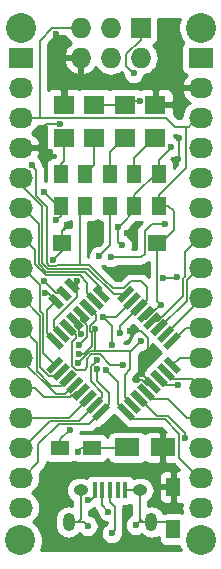
<source format=gtl>
G04 #@! TF.GenerationSoftware,KiCad,Pcbnew,6.0.0-unknown-a40367c~86~ubuntu16.04.1*
G04 #@! TF.CreationDate,2019-05-10T13:23:40+02:00*
G04 #@! TF.ProjectId,arduino_nanoPB,61726475-696e-46f5-9f6e-616e6f50422e,rev?*
G04 #@! TF.SameCoordinates,Original*
G04 #@! TF.FileFunction,Copper,L1,Top*
G04 #@! TF.FilePolarity,Positive*
%FSLAX46Y46*%
G04 Gerber Fmt 4.6, Leading zero omitted, Abs format (unit mm)*
G04 Created by KiCad (PCBNEW 6.0.0-unknown-a40367c~86~ubuntu16.04.1) date 2019-05-10 13:23:40*
%MOMM*%
%LPD*%
G04 APERTURE LIST*
%ADD10O,2.032000X1.727200*%
%ADD11R,2.032000X1.727200*%
%ADD12R,1.500000X1.400000*%
%ADD13C,0.550000*%
%ADD14C,0.100000*%
%ADD15C,2.540000*%
%ADD16R,2.148840X1.501140*%
%ADD17R,1.800860X1.597660*%
%ADD18R,0.400000X1.350000*%
%ADD19O,1.250000X0.950000*%
%ADD20O,1.000000X1.550000*%
%ADD21R,1.198880X1.600200*%
%ADD22R,1.727200X1.727200*%
%ADD23O,1.727200X1.727200*%
%ADD24R,1.300000X1.500000*%
%ADD25C,0.600000*%
%ADD26R,1.500000X1.300000*%
%ADD27C,0.150000*%
%ADD28C,0.254000*%
G04 APERTURE END LIST*
D10*
X154686000Y-109347000D03*
X154686000Y-106807000D03*
X154686000Y-104267000D03*
X154686000Y-101727000D03*
X154686000Y-99187000D03*
X154686000Y-96647000D03*
X154686000Y-94107000D03*
X154686000Y-91567000D03*
X154686000Y-89027000D03*
X154686000Y-86487000D03*
X154686000Y-83947000D03*
X154686000Y-81407000D03*
X154686000Y-78867000D03*
X154686000Y-76327000D03*
X154686000Y-73787000D03*
D11*
X154686000Y-71247000D03*
D12*
X142906220Y-86925640D03*
X150959820Y-86934040D03*
D13*
X146274695Y-91230097D03*
D14*
G36*
X145514555Y-90858866D02*
G01*
X145903464Y-90469957D01*
X147034835Y-91601328D01*
X146645926Y-91990237D01*
X145514555Y-90858866D01*
X145514555Y-90858866D01*
G37*
D13*
X145709010Y-91795783D03*
D14*
G36*
X144948870Y-91424552D02*
G01*
X145337779Y-91035643D01*
X146469150Y-92167014D01*
X146080241Y-92555923D01*
X144948870Y-91424552D01*
X144948870Y-91424552D01*
G37*
D13*
X145143324Y-92361468D03*
D14*
G36*
X144383184Y-91990237D02*
G01*
X144772093Y-91601328D01*
X145903464Y-92732699D01*
X145514555Y-93121608D01*
X144383184Y-91990237D01*
X144383184Y-91990237D01*
G37*
D13*
X144577639Y-92927153D03*
D14*
G36*
X143817499Y-92555922D02*
G01*
X144206408Y-92167013D01*
X145337779Y-93298384D01*
X144948870Y-93687293D01*
X143817499Y-92555922D01*
X143817499Y-92555922D01*
G37*
D13*
X144011953Y-93492839D03*
D14*
G36*
X143251813Y-93121608D02*
G01*
X143640722Y-92732699D01*
X144772093Y-93864070D01*
X144383184Y-94252979D01*
X143251813Y-93121608D01*
X143251813Y-93121608D01*
G37*
D13*
X143446268Y-94058524D03*
D14*
G36*
X142686128Y-93687293D02*
G01*
X143075037Y-93298384D01*
X144206408Y-94429755D01*
X143817499Y-94818664D01*
X142686128Y-93687293D01*
X142686128Y-93687293D01*
G37*
D13*
X142880583Y-94624210D03*
D14*
G36*
X142120443Y-94252979D02*
G01*
X142509352Y-93864070D01*
X143640723Y-94995441D01*
X143251814Y-95384350D01*
X142120443Y-94252979D01*
X142120443Y-94252979D01*
G37*
D13*
X142314897Y-95189895D03*
D14*
G36*
X141554757Y-94818664D02*
G01*
X141943666Y-94429755D01*
X143075037Y-95561126D01*
X142686128Y-95950035D01*
X141554757Y-94818664D01*
X141554757Y-94818664D01*
G37*
D13*
X142314897Y-97240505D03*
D14*
G36*
X141943666Y-98000645D02*
G01*
X141554757Y-97611736D01*
X142686128Y-96480365D01*
X143075037Y-96869274D01*
X141943666Y-98000645D01*
X141943666Y-98000645D01*
G37*
D13*
X142880583Y-97806190D03*
D14*
G36*
X142509352Y-98566330D02*
G01*
X142120443Y-98177421D01*
X143251814Y-97046050D01*
X143640723Y-97434959D01*
X142509352Y-98566330D01*
X142509352Y-98566330D01*
G37*
D13*
X143446268Y-98371876D03*
D14*
G36*
X143075037Y-99132016D02*
G01*
X142686128Y-98743107D01*
X143817499Y-97611736D01*
X144206408Y-98000645D01*
X143075037Y-99132016D01*
X143075037Y-99132016D01*
G37*
D13*
X144011953Y-98937561D03*
D14*
G36*
X143640722Y-99697701D02*
G01*
X143251813Y-99308792D01*
X144383184Y-98177421D01*
X144772093Y-98566330D01*
X143640722Y-99697701D01*
X143640722Y-99697701D01*
G37*
D13*
X144577639Y-99503247D03*
D14*
G36*
X144206408Y-100263387D02*
G01*
X143817499Y-99874478D01*
X144948870Y-98743107D01*
X145337779Y-99132016D01*
X144206408Y-100263387D01*
X144206408Y-100263387D01*
G37*
D13*
X145143324Y-100068932D03*
D14*
G36*
X144772093Y-100829072D02*
G01*
X144383184Y-100440163D01*
X145514555Y-99308792D01*
X145903464Y-99697701D01*
X144772093Y-100829072D01*
X144772093Y-100829072D01*
G37*
D13*
X145709010Y-100634617D03*
D14*
G36*
X145337779Y-101394757D02*
G01*
X144948870Y-101005848D01*
X146080241Y-99874477D01*
X146469150Y-100263386D01*
X145337779Y-101394757D01*
X145337779Y-101394757D01*
G37*
D13*
X146274695Y-101200303D03*
D14*
G36*
X145903464Y-101960443D02*
G01*
X145514555Y-101571534D01*
X146645926Y-100440163D01*
X147034835Y-100829072D01*
X145903464Y-101960443D01*
X145903464Y-101960443D01*
G37*
D13*
X148325305Y-101200303D03*
D14*
G36*
X147565165Y-100829072D02*
G01*
X147954074Y-100440163D01*
X149085445Y-101571534D01*
X148696536Y-101960443D01*
X147565165Y-100829072D01*
X147565165Y-100829072D01*
G37*
D13*
X148890990Y-100634617D03*
D14*
G36*
X148130850Y-100263386D02*
G01*
X148519759Y-99874477D01*
X149651130Y-101005848D01*
X149262221Y-101394757D01*
X148130850Y-100263386D01*
X148130850Y-100263386D01*
G37*
D13*
X149456676Y-100068932D03*
D14*
G36*
X148696536Y-99697701D02*
G01*
X149085445Y-99308792D01*
X150216816Y-100440163D01*
X149827907Y-100829072D01*
X148696536Y-99697701D01*
X148696536Y-99697701D01*
G37*
D13*
X150022361Y-99503247D03*
D14*
G36*
X149262221Y-99132016D02*
G01*
X149651130Y-98743107D01*
X150782501Y-99874478D01*
X150393592Y-100263387D01*
X149262221Y-99132016D01*
X149262221Y-99132016D01*
G37*
D13*
X150588047Y-98937561D03*
D14*
G36*
X149827907Y-98566330D02*
G01*
X150216816Y-98177421D01*
X151348187Y-99308792D01*
X150959278Y-99697701D01*
X149827907Y-98566330D01*
X149827907Y-98566330D01*
G37*
D13*
X151153732Y-98371876D03*
D14*
G36*
X150393592Y-98000645D02*
G01*
X150782501Y-97611736D01*
X151913872Y-98743107D01*
X151524963Y-99132016D01*
X150393592Y-98000645D01*
X150393592Y-98000645D01*
G37*
D13*
X151719417Y-97806190D03*
D14*
G36*
X150959277Y-97434959D02*
G01*
X151348186Y-97046050D01*
X152479557Y-98177421D01*
X152090648Y-98566330D01*
X150959277Y-97434959D01*
X150959277Y-97434959D01*
G37*
D13*
X152285103Y-97240505D03*
D14*
G36*
X151524963Y-96869274D02*
G01*
X151913872Y-96480365D01*
X153045243Y-97611736D01*
X152656334Y-98000645D01*
X151524963Y-96869274D01*
X151524963Y-96869274D01*
G37*
D13*
X152285103Y-95189895D03*
D14*
G36*
X151913872Y-95950035D02*
G01*
X151524963Y-95561126D01*
X152656334Y-94429755D01*
X153045243Y-94818664D01*
X151913872Y-95950035D01*
X151913872Y-95950035D01*
G37*
D13*
X151719417Y-94624210D03*
D14*
G36*
X151348186Y-95384350D02*
G01*
X150959277Y-94995441D01*
X152090648Y-93864070D01*
X152479557Y-94252979D01*
X151348186Y-95384350D01*
X151348186Y-95384350D01*
G37*
D13*
X151153732Y-94058524D03*
D14*
G36*
X150782501Y-94818664D02*
G01*
X150393592Y-94429755D01*
X151524963Y-93298384D01*
X151913872Y-93687293D01*
X150782501Y-94818664D01*
X150782501Y-94818664D01*
G37*
D13*
X150588047Y-93492839D03*
D14*
G36*
X150216816Y-94252979D02*
G01*
X149827907Y-93864070D01*
X150959278Y-92732699D01*
X151348187Y-93121608D01*
X150216816Y-94252979D01*
X150216816Y-94252979D01*
G37*
D13*
X150022361Y-92927153D03*
D14*
G36*
X149651130Y-93687293D02*
G01*
X149262221Y-93298384D01*
X150393592Y-92167013D01*
X150782501Y-92555922D01*
X149651130Y-93687293D01*
X149651130Y-93687293D01*
G37*
D13*
X149456676Y-92361468D03*
D14*
G36*
X149085445Y-93121608D02*
G01*
X148696536Y-92732699D01*
X149827907Y-91601328D01*
X150216816Y-91990237D01*
X149085445Y-93121608D01*
X149085445Y-93121608D01*
G37*
D13*
X148890990Y-91795783D03*
D14*
G36*
X148519759Y-92555923D02*
G01*
X148130850Y-92167014D01*
X149262221Y-91035643D01*
X149651130Y-91424552D01*
X148519759Y-92555923D01*
X148519759Y-92555923D01*
G37*
D13*
X148325305Y-91230097D03*
D14*
G36*
X147954074Y-91990237D02*
G01*
X147565165Y-91601328D01*
X148696536Y-90469957D01*
X149085445Y-90858866D01*
X147954074Y-91990237D01*
X147954074Y-91990237D01*
G37*
D10*
X139446000Y-109347000D03*
X139446000Y-106807000D03*
X139446000Y-104267000D03*
X139446000Y-101727000D03*
X139446000Y-99187000D03*
X139446000Y-96647000D03*
X139446000Y-94107000D03*
X139446000Y-91567000D03*
X139446000Y-89027000D03*
X139446000Y-86487000D03*
X139446000Y-83947000D03*
X139446000Y-81407000D03*
X139446000Y-78867000D03*
X139446000Y-76327000D03*
X139446000Y-73787000D03*
D11*
X139446000Y-71247000D03*
D15*
X139446000Y-68707000D03*
X139400000Y-112100000D03*
X154700000Y-112100000D03*
X154686000Y-68707000D03*
D16*
X148468080Y-104226360D03*
X151470360Y-104226360D03*
D17*
X150837900Y-75209400D03*
X150837900Y-78049120D03*
X143078200Y-78036420D03*
X143078200Y-75196700D03*
X148272500Y-75209400D03*
X148272500Y-78049120D03*
X145669000Y-78036420D03*
X145669000Y-75196700D03*
D18*
X145699100Y-107837460D03*
X146349100Y-107837460D03*
X146999100Y-107837460D03*
X147649100Y-107837460D03*
X148299100Y-107837460D03*
D19*
X144499100Y-107837460D03*
X149499100Y-107837460D03*
D20*
X143499100Y-110537460D03*
X150499100Y-110537460D03*
D21*
X152346660Y-107569000D03*
X152346660Y-111170720D03*
D22*
X149600000Y-68700000D03*
D23*
X149600000Y-71240000D03*
X147060000Y-68700000D03*
X147060000Y-71240000D03*
X144520000Y-68700000D03*
X144520000Y-71240000D03*
D24*
X149052280Y-83747600D03*
X149052280Y-81047600D03*
X151130000Y-81047600D03*
X151130000Y-83747600D03*
X142849600Y-81047600D03*
X142849600Y-83747600D03*
X146989800Y-83747600D03*
X146989800Y-81047600D03*
X144907000Y-81047600D03*
X144907000Y-83747600D03*
D25*
X142443200Y-91846400D03*
D14*
G36*
X142690687Y-92518151D02*
G01*
X141771449Y-91598913D01*
X142195713Y-91174649D01*
X143114951Y-92093887D01*
X142690687Y-92518151D01*
X142690687Y-92518151D01*
G37*
D25*
X143786703Y-90502897D03*
D14*
G36*
X144034190Y-91174648D02*
G01*
X143114952Y-90255410D01*
X143539216Y-89831146D01*
X144458454Y-90750384D01*
X144034190Y-91174648D01*
X144034190Y-91174648D01*
G37*
D25*
X143114951Y-91174649D03*
D14*
G36*
X143362438Y-91846400D02*
G01*
X142443200Y-90927162D01*
X142867464Y-90502898D01*
X143786702Y-91422136D01*
X143362438Y-91846400D01*
X143362438Y-91846400D01*
G37*
D26*
X142765800Y-104277160D03*
X145465800Y-104277160D03*
D25*
X147137533Y-95575533D03*
X146100800Y-87985600D03*
X146390257Y-93167200D03*
X140360400Y-80327464D03*
X147840291Y-94512808D03*
X151292511Y-92129722D03*
X142760700Y-76837588D03*
X143357600Y-85420200D03*
X141946156Y-79181903D03*
X142367000Y-70739000D03*
X142430500Y-69215000D03*
X151955500Y-68834000D03*
X152082500Y-70629810D03*
X145897602Y-86512400D03*
X145897600Y-85394800D03*
X148414774Y-86106000D03*
X147904200Y-89230200D03*
X149301200Y-89001600D03*
X148713917Y-94371452D03*
X144569984Y-94597126D03*
X150213289Y-96331811D03*
X150066376Y-106175174D03*
X149250400Y-98513900D03*
X152806400Y-78054200D03*
X152781000Y-79806800D03*
X152781000Y-75996800D03*
X142440660Y-71942960D03*
X141389883Y-90114301D03*
X142138400Y-88366592D03*
X147715198Y-85573706D03*
X145759200Y-94164823D03*
X149651999Y-95178601D03*
X149504400Y-74904600D03*
X152196800Y-78816200D03*
X148006019Y-87094279D03*
X144305020Y-97111820D03*
X144388840Y-95534480D03*
X152769965Y-98958400D03*
X153339800Y-103466900D03*
X141447490Y-82613500D03*
X142448310Y-84975700D03*
X146627306Y-97644303D03*
X145921224Y-96825564D03*
X147050811Y-88117982D03*
X151612600Y-85267800D03*
X145878129Y-97548344D03*
X148996400Y-72542400D03*
X144299940Y-104594660D03*
X141512020Y-91186000D03*
X152704800Y-89789000D03*
X151504777Y-89840667D03*
X145097500Y-108648500D03*
X146862800Y-109651800D03*
X147129500Y-111506000D03*
X145097500Y-110871000D03*
X149161500Y-110807500D03*
X144345660Y-96281240D03*
X148107400Y-97205800D03*
X144243279Y-90144317D03*
X143586200Y-102745540D03*
D27*
X146989800Y-87096600D02*
X146989800Y-83747600D01*
X146100800Y-87985600D02*
X146989800Y-87096600D01*
X147137533Y-93914476D02*
X146690256Y-93467199D01*
X147137533Y-95575533D02*
X147137533Y-93914476D01*
X146814521Y-93167200D02*
X146390257Y-93167200D01*
X148890990Y-91795783D02*
X147519573Y-93167200D01*
X147519573Y-93167200D02*
X146814521Y-93167200D01*
X146690256Y-93467199D02*
X146390257Y-93167200D01*
X144424400Y-84230200D02*
X144907000Y-83747600D01*
X140761999Y-80729063D02*
X140660399Y-80627463D01*
X140761999Y-82961213D02*
X140761999Y-80729063D01*
X140660399Y-80627463D02*
X140360400Y-80327464D01*
X141630400Y-83829614D02*
X140761999Y-82961213D01*
X141841818Y-88841602D02*
X141630400Y-88630184D01*
X141630400Y-88630184D02*
X141630400Y-83829614D01*
X142493424Y-88811100D02*
X142462922Y-88841602D01*
X142462922Y-88841602D02*
X141841818Y-88841602D01*
X144424400Y-88747600D02*
X144487900Y-88811100D01*
X144424400Y-86751160D02*
X144424400Y-88747600D01*
X144424400Y-86751160D02*
X144424400Y-84230200D01*
X144487900Y-88811100D02*
X142493424Y-88811100D01*
X149456676Y-92361468D02*
X147840291Y-93977853D01*
X147840291Y-93977853D02*
X147840291Y-94088544D01*
X147840291Y-94088544D02*
X147840291Y-94512808D01*
X150093071Y-91725073D02*
X149456676Y-92361468D01*
X150093071Y-90606271D02*
X150093071Y-91725073D01*
X149621240Y-90134440D02*
X150093071Y-90606271D01*
X148784550Y-90134440D02*
X149621240Y-90134440D01*
X148157170Y-90761820D02*
X148784550Y-90134440D01*
X146405600Y-89941400D02*
X147226020Y-90761820D01*
X145244820Y-88811100D02*
X146375120Y-89941400D01*
X147226020Y-90761820D02*
X148157170Y-90761820D01*
X146375120Y-89941400D02*
X146405600Y-89941400D01*
X144487900Y-88811100D02*
X145244820Y-88811100D01*
X141071600Y-76327000D02*
X139446000Y-76327000D01*
X142100300Y-68719700D02*
X144500300Y-68719700D01*
X141071600Y-76327000D02*
X141038150Y-76293550D01*
X144500300Y-68719700D02*
X144520000Y-68700000D01*
X141038150Y-69781850D02*
X142100300Y-68719700D01*
X141038150Y-76293550D02*
X141038150Y-69781850D01*
X154406600Y-76327000D02*
X153771600Y-76962000D01*
X153416000Y-77075289D02*
X153658311Y-77075289D01*
X153658311Y-77075289D02*
X153771600Y-76962000D01*
X154686000Y-76327000D02*
X154406600Y-76327000D01*
X149652897Y-93385775D02*
X150036458Y-93385775D01*
X150992512Y-92429721D02*
X151292511Y-92129722D01*
X150036458Y-93385775D02*
X150992512Y-92429721D01*
X153416000Y-77075289D02*
X153416000Y-80558960D01*
X153416000Y-80558960D02*
X151130000Y-82844960D01*
X151130000Y-82847600D02*
X151130000Y-83747600D01*
X151130000Y-82844960D02*
X151130000Y-82847600D01*
X153111200Y-77075289D02*
X153416000Y-77075289D01*
X151716740Y-76327000D02*
X152465029Y-77075289D01*
X152465029Y-77075289D02*
X153111200Y-77075289D01*
X141071600Y-76327000D02*
X151716740Y-76327000D01*
X150992512Y-91829723D02*
X151292511Y-92129722D01*
X151743600Y-86508400D02*
X150992512Y-86508400D01*
X151130000Y-83747600D02*
X151930000Y-83747600D01*
X152425400Y-85826600D02*
X151743600Y-86508400D01*
X150992512Y-86508400D02*
X150992512Y-91829723D01*
X151930000Y-83747600D02*
X152425400Y-84243000D01*
X152425400Y-84243000D02*
X152425400Y-85826600D01*
X142760700Y-76822300D02*
X142760700Y-76837588D01*
X141579600Y-76822300D02*
X142760700Y-76822300D01*
X139446000Y-78867000D02*
X141338300Y-78867000D01*
X141325600Y-78854300D02*
X141325600Y-77076300D01*
X141325600Y-77076300D02*
X141579600Y-76822300D01*
X141338300Y-78867000D02*
X141325600Y-78854300D01*
X139446000Y-78867000D02*
X141185900Y-78867000D01*
X141500803Y-79181903D02*
X141946156Y-79181903D01*
X141185900Y-78867000D02*
X141500803Y-79181903D01*
X142367000Y-69278500D02*
X142430500Y-69215000D01*
X142367000Y-70739000D02*
X142367000Y-69278500D01*
X151955500Y-68834000D02*
X151955500Y-70502810D01*
X151955500Y-70502810D02*
X152082500Y-70629810D01*
X145897600Y-86512398D02*
X145897602Y-86512400D01*
X145897600Y-85394800D02*
X145897600Y-86512398D01*
X149072600Y-89230200D02*
X149301200Y-89001600D01*
X147904200Y-89230200D02*
X149072600Y-89230200D01*
X144011953Y-93492839D02*
X144011953Y-93981748D01*
X144011953Y-93981748D02*
X144569984Y-94539779D01*
X144569984Y-94539779D02*
X144569984Y-94597126D01*
X150213289Y-94968289D02*
X150213289Y-95907547D01*
X149616452Y-94371452D02*
X150213289Y-94968289D01*
X150213289Y-95907547D02*
X150213289Y-96331811D01*
X148713917Y-94371452D02*
X149616452Y-94371452D01*
X149669426Y-98513900D02*
X149250400Y-98513900D01*
X150093087Y-98937561D02*
X149669426Y-98513900D01*
X150588047Y-98937561D02*
X150093087Y-98937561D01*
X152806400Y-79781400D02*
X152781000Y-79806800D01*
X152806400Y-78054200D02*
X152806400Y-79781400D01*
X152704800Y-76073000D02*
X152781000Y-75996800D01*
X152704800Y-75285600D02*
X152704800Y-76073000D01*
X152628600Y-75209400D02*
X152704800Y-75285600D01*
X150837900Y-75209400D02*
X152628600Y-75209400D01*
X142740659Y-72242959D02*
X142440660Y-71942960D01*
X143375380Y-72242959D02*
X142740659Y-72242959D01*
X143375380Y-74899520D02*
X143375380Y-72242959D01*
X143078200Y-75196700D02*
X143375380Y-74899520D01*
X143114951Y-91174649D02*
X142450231Y-91174649D01*
X141689882Y-90414300D02*
X141389883Y-90114301D01*
X142450231Y-91174649D02*
X141689882Y-90414300D01*
X142906220Y-87598772D02*
X142438399Y-88066593D01*
X142438399Y-88066593D02*
X142138400Y-88366592D01*
X142906220Y-85871580D02*
X142906220Y-87598772D01*
X143357600Y-85420200D02*
X142906220Y-85871580D01*
X149755860Y-98105374D02*
X150588047Y-98937561D01*
X149755860Y-96789240D02*
X149755860Y-98105374D01*
X150213289Y-96331811D02*
X149755860Y-96789240D01*
X151470360Y-105562400D02*
X151470360Y-104226360D01*
X150857586Y-106175174D02*
X151470360Y-105562400D01*
X150066376Y-106175174D02*
X150857586Y-106175174D01*
X142579179Y-89091613D02*
X141710321Y-89091613D01*
X139446000Y-81998782D02*
X139446000Y-81407000D01*
X142585014Y-89085778D02*
X142579179Y-89091613D01*
X141710321Y-89091613D02*
X141252263Y-88633555D01*
X145165930Y-89085778D02*
X142585014Y-89085778D01*
X141252263Y-88633555D02*
X141252263Y-83805045D01*
X148325305Y-91230097D02*
X147310249Y-91230097D01*
X141252263Y-83805045D02*
X139446000Y-81998782D01*
X147310249Y-91230097D02*
X145165930Y-89085778D01*
X141002252Y-88737112D02*
X141002252Y-85350852D01*
X141606764Y-89341624D02*
X141002252Y-88737112D01*
X139598400Y-83947000D02*
X139446000Y-83947000D01*
X141002252Y-85350852D02*
X139598400Y-83947000D01*
X146274695Y-90741188D02*
X144875131Y-89341624D01*
X144875131Y-89341624D02*
X141606764Y-89341624D01*
X146274695Y-91230097D02*
X146274695Y-90741188D01*
X144457599Y-89652595D02*
X145072615Y-90267611D01*
X140612000Y-87500600D02*
X140612000Y-88700428D01*
X145072615Y-90267611D02*
X145072615Y-91159388D01*
X139598400Y-86487000D02*
X140612000Y-87500600D01*
X141564167Y-89652595D02*
X144457599Y-89652595D01*
X139446000Y-86487000D02*
X139598400Y-86487000D01*
X145072615Y-91159388D02*
X145709010Y-91795783D01*
X140612000Y-88700428D02*
X141564167Y-89652595D01*
X141037020Y-92652052D02*
X141037020Y-90465620D01*
X141037020Y-90465620D02*
X139598400Y-89027000D01*
X139598400Y-89027000D02*
X139446000Y-89027000D01*
X141347011Y-92962043D02*
X141037020Y-92652052D01*
X141347011Y-96272619D02*
X142314897Y-97240505D01*
X141347011Y-96012000D02*
X141347011Y-96272619D01*
X141347011Y-96012000D02*
X141347011Y-92962043D01*
X139598400Y-91567000D02*
X139446000Y-91567000D01*
X142880583Y-97806190D02*
X142511118Y-98175655D01*
X141838255Y-98175655D02*
X141097000Y-97434400D01*
X141097000Y-93065600D02*
X139598400Y-91567000D01*
X142511118Y-98175655D02*
X141838255Y-98175655D01*
X141097000Y-97434400D02*
X141097000Y-93065600D01*
X140843000Y-95351600D02*
X139598400Y-94107000D01*
X139598400Y-94107000D02*
X139446000Y-94107000D01*
X140843000Y-97840800D02*
X140868400Y-97840800D01*
X140843000Y-97840800D02*
X140843000Y-95351600D01*
X140868400Y-97840800D02*
X142036800Y-99009200D01*
X142808944Y-99009200D02*
X143446268Y-98371876D01*
X142036800Y-99009200D02*
X142808944Y-99009200D01*
X143205747Y-99743767D02*
X144011953Y-98937561D01*
X142392400Y-99743767D02*
X143205747Y-99743767D01*
X139446000Y-96797367D02*
X142392400Y-99743767D01*
X139446000Y-96647000D02*
X139446000Y-96797367D01*
X140612000Y-99187000D02*
X139446000Y-99187000D01*
X141418777Y-99993777D02*
X140612000Y-99187000D01*
X143598200Y-99993777D02*
X141418777Y-99993777D01*
X144088730Y-99503247D02*
X143598200Y-99993777D01*
X144577639Y-99503247D02*
X144088730Y-99503247D01*
X143492540Y-101719716D02*
X144506929Y-100705327D01*
X143153960Y-101727000D02*
X143161244Y-101719716D01*
X139446000Y-101727000D02*
X143153960Y-101727000D01*
X144506929Y-100705327D02*
X145143324Y-100068932D01*
X143161244Y-101719716D02*
X143492540Y-101719716D01*
X149052280Y-82948760D02*
X149052280Y-82848760D01*
X149052280Y-82848760D02*
X151119840Y-80781200D01*
X149052280Y-82948760D02*
X149052280Y-84236624D01*
X148015197Y-85273707D02*
X147715198Y-85573706D01*
X149052280Y-84236624D02*
X148015197Y-85273707D01*
X148772901Y-96057699D02*
X149651999Y-95178601D01*
X148772901Y-96093301D02*
X148772901Y-96057699D01*
X151896801Y-79116199D02*
X152196800Y-78816200D01*
X151130000Y-81047600D02*
X151130000Y-79883000D01*
X151130000Y-79883000D02*
X151896801Y-79116199D01*
X147715198Y-85573706D02*
X147715198Y-86803458D01*
X147715198Y-86803458D02*
X148006019Y-87094279D01*
X148577300Y-74904600D02*
X148272500Y-75209400D01*
X149504400Y-74904600D02*
X148577300Y-74904600D01*
X145681700Y-75209400D02*
X145669000Y-75196700D01*
X148272500Y-75209400D02*
X145681700Y-75209400D01*
X145034188Y-94496381D02*
X145057139Y-94519332D01*
X144577639Y-92927153D02*
X144577639Y-93416062D01*
X144577639Y-93416062D02*
X145034188Y-93872611D01*
X145057139Y-94866181D02*
X144688839Y-95234481D01*
X145034188Y-93872611D02*
X145034188Y-94496381D01*
X145057139Y-94519332D02*
X145057139Y-94866181D01*
X144688839Y-95234481D02*
X144388840Y-95534480D01*
X145323539Y-96093301D02*
X144305020Y-97111820D01*
X146672321Y-96093301D02*
X148772901Y-96093301D01*
X145759200Y-96061560D02*
X145790941Y-96093301D01*
X145759200Y-94164823D02*
X145759200Y-96061560D01*
X145790941Y-96093301D02*
X145323539Y-96093301D01*
X146672321Y-96093301D02*
X145790941Y-96093301D01*
X148254595Y-99998222D02*
X148890990Y-100634617D01*
X148772901Y-96093301D02*
X148717000Y-96149202D01*
X148717000Y-96149202D02*
X148717000Y-97594336D01*
X148717000Y-97594336D02*
X148254595Y-98056741D01*
X148254595Y-98056741D02*
X148254595Y-99998222D01*
X151740256Y-98958400D02*
X151153732Y-98371876D01*
X152769965Y-98958400D02*
X151740256Y-98958400D01*
X151883851Y-101586687D02*
X153339800Y-103042636D01*
X150974431Y-101586687D02*
X151883851Y-101586687D01*
X149456676Y-100068932D02*
X150974431Y-101586687D01*
X153339800Y-103042636D02*
X153339800Y-103466900D01*
X154533600Y-86487000D02*
X153306801Y-87713799D01*
X151076956Y-93492839D02*
X150588047Y-93492839D01*
X154686000Y-86487000D02*
X154533600Y-86487000D01*
X153306801Y-87713799D02*
X153306801Y-89763001D01*
X153179802Y-89890000D02*
X153179802Y-91389993D01*
X153179802Y-91389993D02*
X151076956Y-93492839D01*
X153306801Y-89763001D02*
X153179802Y-89890000D01*
X154533600Y-89027000D02*
X154686000Y-89027000D01*
X151153732Y-94058524D02*
X151254676Y-94058524D01*
X151254676Y-94058524D02*
X153494990Y-91818210D01*
X153494990Y-91818210D02*
X153494990Y-90065610D01*
X153494990Y-90065610D02*
X154533600Y-89027000D01*
X154686000Y-91657627D02*
X154686000Y-91567000D01*
X151719417Y-94624210D02*
X154686000Y-91657627D01*
X152298400Y-95199200D02*
X153390600Y-94107000D01*
X152294408Y-95199200D02*
X152298400Y-95199200D01*
X153390600Y-94107000D02*
X154686000Y-94107000D01*
X152285103Y-95189895D02*
X152294408Y-95199200D01*
X154660600Y-96621600D02*
X154686000Y-96647000D01*
X152904008Y-96621600D02*
X154660600Y-96621600D01*
X152285103Y-97240505D02*
X152904008Y-96621600D01*
X154276400Y-98777400D02*
X154686000Y-98777400D01*
X153941585Y-98442585D02*
X154276400Y-98777400D01*
X152355812Y-98442585D02*
X153941585Y-98442585D01*
X151719417Y-97806190D02*
X152355812Y-98442585D01*
X153520000Y-101727000D02*
X154686000Y-101727000D01*
X151932642Y-100139642D02*
X153520000Y-101727000D01*
X150658756Y-100139642D02*
X151932642Y-100139642D01*
X150022361Y-99503247D02*
X150658756Y-100139642D01*
X142606990Y-83773000D02*
X142824200Y-83773000D01*
X141447490Y-82613500D02*
X142606990Y-83773000D01*
X142824200Y-84599810D02*
X142448310Y-84975700D01*
X142824200Y-83773000D02*
X142824200Y-84599810D01*
X154533600Y-106807000D02*
X154686000Y-106807000D01*
X152857200Y-105130600D02*
X154533600Y-106807000D01*
X148325305Y-101200303D02*
X148961700Y-101836698D01*
X148961700Y-101836698D02*
X151643558Y-101836698D01*
X152857200Y-103050340D02*
X152857200Y-105130600D01*
X151643558Y-101836698D02*
X152857200Y-103050340D01*
X147688910Y-98705907D02*
X146927305Y-97944302D01*
X146927305Y-97944302D02*
X146627306Y-97644303D01*
X147688910Y-100563908D02*
X147688910Y-98705907D01*
X148325305Y-101200303D02*
X147688910Y-100563908D01*
X143264801Y-101969727D02*
X143254641Y-101979887D01*
X144373900Y-101969727D02*
X143264801Y-101969727D01*
X143254641Y-101979887D02*
X141885513Y-101979887D01*
X141885513Y-101979887D02*
X139598400Y-104267000D01*
X139598400Y-104267000D02*
X139446000Y-104267000D01*
X145709010Y-100634617D02*
X144373900Y-101969727D01*
X145621225Y-97125563D02*
X145921224Y-96825564D01*
X145709010Y-100634617D02*
X146345405Y-99998222D01*
X145403119Y-98633523D02*
X145403119Y-97343669D01*
X146345405Y-99998222D02*
X146345405Y-99575809D01*
X146345405Y-99575809D02*
X145403119Y-98633523D01*
X145403119Y-97343669D02*
X145621225Y-97125563D01*
X146911090Y-100563908D02*
X146911090Y-99608092D01*
X145878129Y-98575131D02*
X145878129Y-97972608D01*
X146274695Y-101200303D02*
X146911090Y-100563908D01*
X145878129Y-97972608D02*
X145878129Y-97548344D01*
X146911090Y-99608092D02*
X145878129Y-98575131D01*
X148386800Y-71932800D02*
X148696401Y-72242401D01*
X148386800Y-70926800D02*
X148386800Y-71932800D01*
X148696401Y-72242401D02*
X148996400Y-72542400D01*
X149600000Y-68700000D02*
X149600000Y-69713600D01*
X149600000Y-69713600D02*
X148386800Y-70926800D01*
X145255260Y-102219738D02*
X145638300Y-101836698D01*
X143368358Y-102219738D02*
X145255260Y-102219738D01*
X142661662Y-102229898D02*
X143358198Y-102229898D01*
X139446000Y-106807000D02*
X139598400Y-106807000D01*
X140919200Y-103972360D02*
X142661662Y-102229898D01*
X145638300Y-101836698D02*
X146274695Y-101200303D01*
X143358198Y-102229898D02*
X143368358Y-102219738D01*
X139598400Y-106807000D02*
X140919200Y-105486200D01*
X140919200Y-105486200D02*
X140919200Y-103972360D01*
X150553420Y-85267800D02*
X151188336Y-85267800D01*
X147050811Y-88117982D02*
X149651418Y-88117982D01*
X151188336Y-85267800D02*
X151612600Y-85267800D01*
X149651418Y-88117982D02*
X149923500Y-87845900D01*
X149923500Y-87845900D02*
X149923500Y-85897720D01*
X149923500Y-85897720D02*
X150553420Y-85267800D01*
X148417280Y-104277160D02*
X148468080Y-104226360D01*
X145465800Y-104277160D02*
X148417280Y-104277160D01*
X144299940Y-104543020D02*
X144299940Y-104594660D01*
X145465800Y-104277160D02*
X144565800Y-104277160D01*
X144565800Y-104277160D02*
X144299940Y-104543020D01*
X142443200Y-91846400D02*
X141678502Y-92611098D01*
X141782800Y-91186000D02*
X142443200Y-91846400D01*
X141512020Y-91186000D02*
X141782800Y-91186000D01*
X141678502Y-94553500D02*
X142314897Y-95189895D01*
X141678502Y-93370400D02*
X141678502Y-94553500D01*
X141678502Y-92611098D02*
X141678502Y-93370400D01*
X151504777Y-89840667D02*
X152653133Y-89840667D01*
X152653133Y-89840667D02*
X152704800Y-89789000D01*
X150736300Y-78049120D02*
X150837900Y-78049120D01*
X149052280Y-79733140D02*
X150736300Y-78049120D01*
X149052280Y-80248760D02*
X149052280Y-79733140D01*
X149052280Y-80248760D02*
X149052280Y-81047600D01*
X142819120Y-80264000D02*
X142819120Y-81067920D01*
X143078200Y-80004920D02*
X142819120Y-80264000D01*
X142819120Y-81067920D02*
X142824200Y-81073000D01*
X143078200Y-78036420D02*
X143078200Y-80004920D01*
X145111460Y-108662460D02*
X145097500Y-108648500D01*
X145699100Y-108312460D02*
X145349100Y-108662460D01*
X145699100Y-107837460D02*
X145699100Y-108312460D01*
X145349100Y-108662460D02*
X145111460Y-108662460D01*
X146349100Y-109138100D02*
X146349100Y-107837460D01*
X146862800Y-109651800D02*
X146349100Y-109138100D01*
X147429499Y-109293497D02*
X147429499Y-111206001D01*
X147429499Y-111206001D02*
X147129500Y-111506000D01*
X146999100Y-107837460D02*
X146999100Y-108863098D01*
X146999100Y-108863098D02*
X147429499Y-109293497D01*
X144499100Y-110287460D02*
X144249100Y-110537460D01*
X144499100Y-107837460D02*
X144499100Y-110287460D01*
X149499100Y-110287460D02*
X149749100Y-110537460D01*
X149499100Y-107837460D02*
X149499100Y-110287460D01*
X149499100Y-107837460D02*
X148299100Y-107837460D01*
X149749100Y-110537460D02*
X150499100Y-110537460D01*
X143499100Y-110537460D02*
X144249100Y-110537460D01*
X150997120Y-110537460D02*
X150499100Y-110537460D01*
X143499100Y-110537460D02*
X144763960Y-110537460D01*
X144763960Y-110537460D02*
X144797501Y-110571001D01*
X144797501Y-110571001D02*
X145097500Y-110871000D01*
X150499100Y-110537460D02*
X149431540Y-110537460D01*
X149431540Y-110537460D02*
X149161500Y-110807500D01*
X149499100Y-110469900D02*
X149499100Y-107837460D01*
X149161500Y-110807500D02*
X149499100Y-110469900D01*
X150499100Y-110537460D02*
X151991860Y-110537460D01*
X151713400Y-110537460D02*
X152346660Y-111170720D01*
X150499100Y-110537460D02*
X151713400Y-110537460D01*
X145454044Y-94562669D02*
X145454044Y-95597120D01*
X145454044Y-95597120D02*
X144769924Y-96281240D01*
X144769924Y-96281240D02*
X144345660Y-96281240D01*
X145779719Y-93441302D02*
X145284199Y-93936822D01*
X145284199Y-93936822D02*
X145284199Y-94392824D01*
X145779719Y-92997863D02*
X145779719Y-93441302D01*
X145143324Y-92361468D02*
X145779719Y-92997863D01*
X145284199Y-94392824D02*
X145454044Y-94562669D01*
X148094700Y-97218500D02*
X148107400Y-97205800D01*
X147035520Y-97218500D02*
X148094700Y-97218500D01*
X146166826Y-96349806D02*
X147035520Y-97218500D01*
X143756359Y-95306479D02*
X143756359Y-97303093D01*
X144082663Y-94694919D02*
X144082663Y-94980175D01*
X143446268Y-94058524D02*
X144082663Y-94694919D01*
X143756359Y-97303093D02*
X144113748Y-97660482D01*
X144113748Y-97660482D02*
X144853638Y-97660482D01*
X144853638Y-97660482D02*
X145059400Y-97454720D01*
X144082663Y-94980175D02*
X143756359Y-95306479D01*
X145420600Y-96349806D02*
X146166826Y-96349806D01*
X145059400Y-97454720D02*
X145059400Y-96711006D01*
X145059400Y-96711006D02*
X145420600Y-96349806D01*
X144145283Y-90144317D02*
X144243279Y-90144317D01*
X144243279Y-91468721D02*
X144243279Y-90568581D01*
X143786703Y-90502897D02*
X144145283Y-90144317D01*
X142244188Y-93987815D02*
X142244188Y-93467812D01*
X144243279Y-90568581D02*
X144243279Y-90144317D01*
X142244188Y-93467812D02*
X144243279Y-91468721D01*
X142880583Y-94624210D02*
X142244188Y-93987815D01*
X142798800Y-104244160D02*
X142765800Y-104277160D01*
X142798800Y-103532940D02*
X142798800Y-104244160D01*
X143586200Y-102745540D02*
X142798800Y-103532940D01*
X146989800Y-79230220D02*
X148170900Y-78049120D01*
X148170900Y-78049120D02*
X148272500Y-78049120D01*
X146989800Y-81047600D02*
X146989800Y-79230220D01*
X145669000Y-80285600D02*
X144907000Y-81047600D01*
X145669000Y-78036420D02*
X145669000Y-80285600D01*
D28*
G36*
X148245351Y-102411628D02*
G01*
X148342042Y-102490980D01*
X148452356Y-102549945D01*
X148572054Y-102586255D01*
X148696536Y-102598515D01*
X148821018Y-102586255D01*
X148940716Y-102549945D01*
X148943684Y-102548359D01*
X148961699Y-102550133D01*
X148996574Y-102546698D01*
X151349467Y-102546698D01*
X151699834Y-102897066D01*
X151597360Y-102999540D01*
X151597360Y-104099360D01*
X151617360Y-104099360D01*
X151617360Y-104353360D01*
X151597360Y-104353360D01*
X151597360Y-105453180D01*
X151756110Y-105611930D01*
X152335584Y-105614187D01*
X152352726Y-105635075D01*
X152379817Y-105657308D01*
X152854237Y-106131728D01*
X152632410Y-106133900D01*
X152473660Y-106292650D01*
X152473660Y-107442000D01*
X152493660Y-107442000D01*
X152493660Y-107696000D01*
X152473660Y-107696000D01*
X152473660Y-108845350D01*
X152632410Y-109004100D01*
X152946100Y-109007172D01*
X153070582Y-108994912D01*
X153074756Y-108993646D01*
X153056684Y-109053223D01*
X153027749Y-109347000D01*
X153056684Y-109640777D01*
X153090031Y-109750708D01*
X153070582Y-109744808D01*
X152946100Y-109732548D01*
X151747220Y-109732548D01*
X151622738Y-109744808D01*
X151525188Y-109774399D01*
X151447384Y-109628837D01*
X151305549Y-109456011D01*
X151132723Y-109314176D01*
X150935546Y-109208784D01*
X150721598Y-109143883D01*
X150499100Y-109121969D01*
X150276601Y-109143883D01*
X150209100Y-109164359D01*
X150209100Y-108796748D01*
X150268766Y-108764856D01*
X150437786Y-108626146D01*
X150576496Y-108457126D01*
X150623547Y-108369100D01*
X151109148Y-108369100D01*
X151121408Y-108493582D01*
X151157718Y-108613280D01*
X151216683Y-108723594D01*
X151296035Y-108820285D01*
X151392726Y-108899637D01*
X151503040Y-108958602D01*
X151622738Y-108994912D01*
X151747220Y-109007172D01*
X152060910Y-109004100D01*
X152219660Y-108845350D01*
X152219660Y-107696000D01*
X151270970Y-107696000D01*
X151112220Y-107854750D01*
X151109148Y-108369100D01*
X150623547Y-108369100D01*
X150679568Y-108264294D01*
X150743038Y-108055058D01*
X150764470Y-107837460D01*
X150743038Y-107619862D01*
X150679568Y-107410626D01*
X150576496Y-107217794D01*
X150437786Y-107048774D01*
X150268766Y-106910064D01*
X150075934Y-106806992D01*
X149950360Y-106768900D01*
X151109148Y-106768900D01*
X151112220Y-107283250D01*
X151270970Y-107442000D01*
X152219660Y-107442000D01*
X152219660Y-106292650D01*
X152060910Y-106133900D01*
X151747220Y-106130828D01*
X151622738Y-106143088D01*
X151503040Y-106179398D01*
X151392726Y-106238363D01*
X151296035Y-106317715D01*
X151216683Y-106414406D01*
X151157718Y-106524720D01*
X151121408Y-106644418D01*
X151109148Y-106768900D01*
X149950360Y-106768900D01*
X149866698Y-106743522D01*
X149703621Y-106727460D01*
X149294579Y-106727460D01*
X149131502Y-106743522D01*
X149007595Y-106781108D01*
X148950285Y-106711275D01*
X148853594Y-106631923D01*
X148743280Y-106572958D01*
X148623582Y-106536648D01*
X148499100Y-106524388D01*
X148099100Y-106524388D01*
X147974618Y-106536648D01*
X147974100Y-106536805D01*
X147973582Y-106536648D01*
X147849100Y-106524388D01*
X147449100Y-106524388D01*
X147324618Y-106536648D01*
X147324100Y-106536805D01*
X147323582Y-106536648D01*
X147199100Y-106524388D01*
X146799100Y-106524388D01*
X146674618Y-106536648D01*
X146674100Y-106536805D01*
X146673582Y-106536648D01*
X146549100Y-106524388D01*
X146149100Y-106524388D01*
X146024618Y-106536648D01*
X146024100Y-106536805D01*
X146023582Y-106536648D01*
X145899100Y-106524388D01*
X145499100Y-106524388D01*
X145374618Y-106536648D01*
X145254920Y-106572958D01*
X145144606Y-106631923D01*
X145047915Y-106711275D01*
X144990605Y-106781108D01*
X144866698Y-106743522D01*
X144703621Y-106727460D01*
X144294579Y-106727460D01*
X144131502Y-106743522D01*
X143922266Y-106806992D01*
X143729434Y-106910064D01*
X143560414Y-107048774D01*
X143421704Y-107217794D01*
X143318632Y-107410626D01*
X143255162Y-107619862D01*
X143233730Y-107837460D01*
X143255162Y-108055058D01*
X143318632Y-108264294D01*
X143421704Y-108457126D01*
X143560414Y-108626146D01*
X143729434Y-108764856D01*
X143789100Y-108796749D01*
X143789101Y-109164360D01*
X143721598Y-109143883D01*
X143499100Y-109121969D01*
X143276601Y-109143883D01*
X143062653Y-109208784D01*
X142865477Y-109314176D01*
X142692651Y-109456011D01*
X142550816Y-109628837D01*
X142445424Y-109826014D01*
X142380523Y-110039962D01*
X142364100Y-110206709D01*
X142364100Y-110868212D01*
X142380523Y-111034959D01*
X142445424Y-111248907D01*
X142550817Y-111446083D01*
X142692652Y-111618909D01*
X142865478Y-111760744D01*
X143062654Y-111866136D01*
X143276602Y-111931037D01*
X143499100Y-111952951D01*
X143721599Y-111931037D01*
X143935547Y-111866136D01*
X144132723Y-111760744D01*
X144305549Y-111618909D01*
X144403620Y-111499410D01*
X144501472Y-111597262D01*
X144654611Y-111699586D01*
X144824771Y-111770068D01*
X145005411Y-111806000D01*
X145189589Y-111806000D01*
X145370229Y-111770068D01*
X145540389Y-111699586D01*
X145693528Y-111597262D01*
X145823762Y-111467028D01*
X145926086Y-111313889D01*
X145996568Y-111143729D01*
X146032500Y-110963089D01*
X146032500Y-110778911D01*
X145996568Y-110598271D01*
X145926086Y-110428111D01*
X145823762Y-110274972D01*
X145693528Y-110144738D01*
X145540389Y-110042414D01*
X145370229Y-109971932D01*
X145209100Y-109939881D01*
X145209100Y-109579619D01*
X145370229Y-109547568D01*
X145540389Y-109477086D01*
X145681401Y-109382865D01*
X145689972Y-109411119D01*
X145755900Y-109534462D01*
X145844625Y-109642574D01*
X145871717Y-109664808D01*
X145927800Y-109720891D01*
X145927800Y-109743889D01*
X145963732Y-109924529D01*
X146034214Y-110094689D01*
X146136538Y-110247828D01*
X146266772Y-110378062D01*
X146419911Y-110480386D01*
X146590071Y-110550868D01*
X146719500Y-110576613D01*
X146719500Y-110663791D01*
X146686611Y-110677414D01*
X146533472Y-110779738D01*
X146403238Y-110909972D01*
X146300914Y-111063111D01*
X146230432Y-111233271D01*
X146194500Y-111413911D01*
X146194500Y-111598089D01*
X146230432Y-111778729D01*
X146300914Y-111948889D01*
X146403238Y-112102028D01*
X146533472Y-112232262D01*
X146686611Y-112334586D01*
X146856771Y-112405068D01*
X147037411Y-112441000D01*
X147221589Y-112441000D01*
X147402229Y-112405068D01*
X147572389Y-112334586D01*
X147725528Y-112232262D01*
X147855762Y-112102028D01*
X147958086Y-111948889D01*
X148028568Y-111778729D01*
X148064500Y-111598089D01*
X148064500Y-111524160D01*
X148088627Y-111479021D01*
X148129226Y-111345185D01*
X148139499Y-111240878D01*
X148139499Y-111240876D01*
X148142934Y-111206001D01*
X148139499Y-111171126D01*
X148139499Y-109328371D01*
X148142934Y-109293496D01*
X148134603Y-109208911D01*
X148129226Y-109154313D01*
X148128079Y-109150532D01*
X148499100Y-109150532D01*
X148623582Y-109138272D01*
X148743280Y-109101962D01*
X148789101Y-109077470D01*
X148789101Y-109091389D01*
X148789100Y-109949717D01*
X148718611Y-109978914D01*
X148565472Y-110081238D01*
X148435238Y-110211472D01*
X148332914Y-110364611D01*
X148262432Y-110534771D01*
X148226500Y-110715411D01*
X148226500Y-110899589D01*
X148262432Y-111080229D01*
X148332914Y-111250389D01*
X148435238Y-111403528D01*
X148565472Y-111533762D01*
X148718611Y-111636086D01*
X148888771Y-111706568D01*
X149069411Y-111742500D01*
X149253589Y-111742500D01*
X149434229Y-111706568D01*
X149604389Y-111636086D01*
X149670498Y-111591914D01*
X149692652Y-111618909D01*
X149865478Y-111760744D01*
X150062654Y-111866136D01*
X150276602Y-111931037D01*
X150499100Y-111952951D01*
X150721599Y-111931037D01*
X150935547Y-111866136D01*
X151109148Y-111773345D01*
X151109148Y-111970820D01*
X151121408Y-112095302D01*
X151157718Y-112215000D01*
X151216683Y-112325314D01*
X151296035Y-112422005D01*
X151392726Y-112501357D01*
X151503040Y-112560322D01*
X151622738Y-112596632D01*
X151747220Y-112608892D01*
X152858905Y-112608892D01*
X152868209Y-112655668D01*
X152970657Y-112903000D01*
X141129343Y-112903000D01*
X141231791Y-112655668D01*
X141305000Y-112287626D01*
X141305000Y-111912374D01*
X141231791Y-111544332D01*
X141088189Y-111197644D01*
X140879710Y-110885634D01*
X140614366Y-110620290D01*
X140501247Y-110544706D01*
X140663197Y-110411797D01*
X140850469Y-110183606D01*
X140989625Y-109923264D01*
X141075316Y-109640777D01*
X141104251Y-109347000D01*
X141075316Y-109053223D01*
X140989625Y-108770736D01*
X140850469Y-108510394D01*
X140663197Y-108282203D01*
X140435006Y-108094931D01*
X140401460Y-108077000D01*
X140435006Y-108059069D01*
X140663197Y-107871797D01*
X140850469Y-107643606D01*
X140989625Y-107383264D01*
X141075316Y-107100777D01*
X141104251Y-106807000D01*
X141075316Y-106513223D01*
X141033644Y-106375848D01*
X141396589Y-106012903D01*
X141423674Y-105990675D01*
X141445904Y-105963588D01*
X141445907Y-105963585D01*
X141512399Y-105882564D01*
X141512400Y-105882563D01*
X141578328Y-105759220D01*
X141618927Y-105625384D01*
X141629200Y-105521077D01*
X141629200Y-105521076D01*
X141632635Y-105486201D01*
X141629200Y-105451326D01*
X141629200Y-105431348D01*
X141661306Y-105457697D01*
X141771620Y-105516662D01*
X141891318Y-105552972D01*
X142015800Y-105565232D01*
X143515800Y-105565232D01*
X143640282Y-105552972D01*
X143759980Y-105516662D01*
X143870294Y-105457697D01*
X143893750Y-105438447D01*
X144027211Y-105493728D01*
X144207851Y-105529660D01*
X144392029Y-105529660D01*
X144467756Y-105514597D01*
X144471620Y-105516662D01*
X144591318Y-105552972D01*
X144715800Y-105565232D01*
X146215800Y-105565232D01*
X146340282Y-105552972D01*
X146459980Y-105516662D01*
X146570294Y-105457697D01*
X146666985Y-105378345D01*
X146746337Y-105281654D01*
X146794941Y-105190724D01*
X146804158Y-105221110D01*
X146863123Y-105331424D01*
X146942475Y-105428115D01*
X147039166Y-105507467D01*
X147149480Y-105566432D01*
X147269178Y-105602742D01*
X147393660Y-105615002D01*
X149542500Y-105615002D01*
X149666982Y-105602742D01*
X149786680Y-105566432D01*
X149896994Y-105507467D01*
X149969220Y-105448193D01*
X150041446Y-105507467D01*
X150151760Y-105566432D01*
X150271458Y-105602742D01*
X150395940Y-105615002D01*
X151184610Y-105611930D01*
X151343360Y-105453180D01*
X151343360Y-104353360D01*
X151323360Y-104353360D01*
X151323360Y-104099360D01*
X151343360Y-104099360D01*
X151343360Y-102999540D01*
X151184610Y-102840790D01*
X150395940Y-102837718D01*
X150271458Y-102849978D01*
X150151760Y-102886288D01*
X150041446Y-102945253D01*
X149969220Y-103004527D01*
X149896994Y-102945253D01*
X149786680Y-102886288D01*
X149666982Y-102849978D01*
X149542500Y-102837718D01*
X147393660Y-102837718D01*
X147269178Y-102849978D01*
X147149480Y-102886288D01*
X147039166Y-102945253D01*
X146942475Y-103024605D01*
X146863123Y-103121296D01*
X146804158Y-103231610D01*
X146775279Y-103326812D01*
X146746337Y-103272666D01*
X146666985Y-103175975D01*
X146570294Y-103096623D01*
X146459980Y-103037658D01*
X146340282Y-103001348D01*
X146215800Y-102989088D01*
X144715800Y-102989088D01*
X144591318Y-103001348D01*
X144478044Y-103035709D01*
X144485268Y-103018269D01*
X144502878Y-102929738D01*
X145220385Y-102929738D01*
X145255260Y-102933173D01*
X145290135Y-102929738D01*
X145290137Y-102929738D01*
X145394444Y-102919465D01*
X145528280Y-102878866D01*
X145651623Y-102812938D01*
X145759735Y-102724213D01*
X145781972Y-102697117D01*
X145882626Y-102596463D01*
X145903464Y-102598515D01*
X146027946Y-102586255D01*
X146147644Y-102549945D01*
X146257958Y-102490980D01*
X146354649Y-102411628D01*
X147300000Y-101466277D01*
X148245351Y-102411628D01*
X148245351Y-102411628D01*
G37*
X148245351Y-102411628D02*
X148342042Y-102490980D01*
X148452356Y-102549945D01*
X148572054Y-102586255D01*
X148696536Y-102598515D01*
X148821018Y-102586255D01*
X148940716Y-102549945D01*
X148943684Y-102548359D01*
X148961699Y-102550133D01*
X148996574Y-102546698D01*
X151349467Y-102546698D01*
X151699834Y-102897066D01*
X151597360Y-102999540D01*
X151597360Y-104099360D01*
X151617360Y-104099360D01*
X151617360Y-104353360D01*
X151597360Y-104353360D01*
X151597360Y-105453180D01*
X151756110Y-105611930D01*
X152335584Y-105614187D01*
X152352726Y-105635075D01*
X152379817Y-105657308D01*
X152854237Y-106131728D01*
X152632410Y-106133900D01*
X152473660Y-106292650D01*
X152473660Y-107442000D01*
X152493660Y-107442000D01*
X152493660Y-107696000D01*
X152473660Y-107696000D01*
X152473660Y-108845350D01*
X152632410Y-109004100D01*
X152946100Y-109007172D01*
X153070582Y-108994912D01*
X153074756Y-108993646D01*
X153056684Y-109053223D01*
X153027749Y-109347000D01*
X153056684Y-109640777D01*
X153090031Y-109750708D01*
X153070582Y-109744808D01*
X152946100Y-109732548D01*
X151747220Y-109732548D01*
X151622738Y-109744808D01*
X151525188Y-109774399D01*
X151447384Y-109628837D01*
X151305549Y-109456011D01*
X151132723Y-109314176D01*
X150935546Y-109208784D01*
X150721598Y-109143883D01*
X150499100Y-109121969D01*
X150276601Y-109143883D01*
X150209100Y-109164359D01*
X150209100Y-108796748D01*
X150268766Y-108764856D01*
X150437786Y-108626146D01*
X150576496Y-108457126D01*
X150623547Y-108369100D01*
X151109148Y-108369100D01*
X151121408Y-108493582D01*
X151157718Y-108613280D01*
X151216683Y-108723594D01*
X151296035Y-108820285D01*
X151392726Y-108899637D01*
X151503040Y-108958602D01*
X151622738Y-108994912D01*
X151747220Y-109007172D01*
X152060910Y-109004100D01*
X152219660Y-108845350D01*
X152219660Y-107696000D01*
X151270970Y-107696000D01*
X151112220Y-107854750D01*
X151109148Y-108369100D01*
X150623547Y-108369100D01*
X150679568Y-108264294D01*
X150743038Y-108055058D01*
X150764470Y-107837460D01*
X150743038Y-107619862D01*
X150679568Y-107410626D01*
X150576496Y-107217794D01*
X150437786Y-107048774D01*
X150268766Y-106910064D01*
X150075934Y-106806992D01*
X149950360Y-106768900D01*
X151109148Y-106768900D01*
X151112220Y-107283250D01*
X151270970Y-107442000D01*
X152219660Y-107442000D01*
X152219660Y-106292650D01*
X152060910Y-106133900D01*
X151747220Y-106130828D01*
X151622738Y-106143088D01*
X151503040Y-106179398D01*
X151392726Y-106238363D01*
X151296035Y-106317715D01*
X151216683Y-106414406D01*
X151157718Y-106524720D01*
X151121408Y-106644418D01*
X151109148Y-106768900D01*
X149950360Y-106768900D01*
X149866698Y-106743522D01*
X149703621Y-106727460D01*
X149294579Y-106727460D01*
X149131502Y-106743522D01*
X149007595Y-106781108D01*
X148950285Y-106711275D01*
X148853594Y-106631923D01*
X148743280Y-106572958D01*
X148623582Y-106536648D01*
X148499100Y-106524388D01*
X148099100Y-106524388D01*
X147974618Y-106536648D01*
X147974100Y-106536805D01*
X147973582Y-106536648D01*
X147849100Y-106524388D01*
X147449100Y-106524388D01*
X147324618Y-106536648D01*
X147324100Y-106536805D01*
X147323582Y-106536648D01*
X147199100Y-106524388D01*
X146799100Y-106524388D01*
X146674618Y-106536648D01*
X146674100Y-106536805D01*
X146673582Y-106536648D01*
X146549100Y-106524388D01*
X146149100Y-106524388D01*
X146024618Y-106536648D01*
X146024100Y-106536805D01*
X146023582Y-106536648D01*
X145899100Y-106524388D01*
X145499100Y-106524388D01*
X145374618Y-106536648D01*
X145254920Y-106572958D01*
X145144606Y-106631923D01*
X145047915Y-106711275D01*
X144990605Y-106781108D01*
X144866698Y-106743522D01*
X144703621Y-106727460D01*
X144294579Y-106727460D01*
X144131502Y-106743522D01*
X143922266Y-106806992D01*
X143729434Y-106910064D01*
X143560414Y-107048774D01*
X143421704Y-107217794D01*
X143318632Y-107410626D01*
X143255162Y-107619862D01*
X143233730Y-107837460D01*
X143255162Y-108055058D01*
X143318632Y-108264294D01*
X143421704Y-108457126D01*
X143560414Y-108626146D01*
X143729434Y-108764856D01*
X143789100Y-108796749D01*
X143789101Y-109164360D01*
X143721598Y-109143883D01*
X143499100Y-109121969D01*
X143276601Y-109143883D01*
X143062653Y-109208784D01*
X142865477Y-109314176D01*
X142692651Y-109456011D01*
X142550816Y-109628837D01*
X142445424Y-109826014D01*
X142380523Y-110039962D01*
X142364100Y-110206709D01*
X142364100Y-110868212D01*
X142380523Y-111034959D01*
X142445424Y-111248907D01*
X142550817Y-111446083D01*
X142692652Y-111618909D01*
X142865478Y-111760744D01*
X143062654Y-111866136D01*
X143276602Y-111931037D01*
X143499100Y-111952951D01*
X143721599Y-111931037D01*
X143935547Y-111866136D01*
X144132723Y-111760744D01*
X144305549Y-111618909D01*
X144403620Y-111499410D01*
X144501472Y-111597262D01*
X144654611Y-111699586D01*
X144824771Y-111770068D01*
X145005411Y-111806000D01*
X145189589Y-111806000D01*
X145370229Y-111770068D01*
X145540389Y-111699586D01*
X145693528Y-111597262D01*
X145823762Y-111467028D01*
X145926086Y-111313889D01*
X145996568Y-111143729D01*
X146032500Y-110963089D01*
X146032500Y-110778911D01*
X145996568Y-110598271D01*
X145926086Y-110428111D01*
X145823762Y-110274972D01*
X145693528Y-110144738D01*
X145540389Y-110042414D01*
X145370229Y-109971932D01*
X145209100Y-109939881D01*
X145209100Y-109579619D01*
X145370229Y-109547568D01*
X145540389Y-109477086D01*
X145681401Y-109382865D01*
X145689972Y-109411119D01*
X145755900Y-109534462D01*
X145844625Y-109642574D01*
X145871717Y-109664808D01*
X145927800Y-109720891D01*
X145927800Y-109743889D01*
X145963732Y-109924529D01*
X146034214Y-110094689D01*
X146136538Y-110247828D01*
X146266772Y-110378062D01*
X146419911Y-110480386D01*
X146590071Y-110550868D01*
X146719500Y-110576613D01*
X146719500Y-110663791D01*
X146686611Y-110677414D01*
X146533472Y-110779738D01*
X146403238Y-110909972D01*
X146300914Y-111063111D01*
X146230432Y-111233271D01*
X146194500Y-111413911D01*
X146194500Y-111598089D01*
X146230432Y-111778729D01*
X146300914Y-111948889D01*
X146403238Y-112102028D01*
X146533472Y-112232262D01*
X146686611Y-112334586D01*
X146856771Y-112405068D01*
X147037411Y-112441000D01*
X147221589Y-112441000D01*
X147402229Y-112405068D01*
X147572389Y-112334586D01*
X147725528Y-112232262D01*
X147855762Y-112102028D01*
X147958086Y-111948889D01*
X148028568Y-111778729D01*
X148064500Y-111598089D01*
X148064500Y-111524160D01*
X148088627Y-111479021D01*
X148129226Y-111345185D01*
X148139499Y-111240878D01*
X148139499Y-111240876D01*
X148142934Y-111206001D01*
X148139499Y-111171126D01*
X148139499Y-109328371D01*
X148142934Y-109293496D01*
X148134603Y-109208911D01*
X148129226Y-109154313D01*
X148128079Y-109150532D01*
X148499100Y-109150532D01*
X148623582Y-109138272D01*
X148743280Y-109101962D01*
X148789101Y-109077470D01*
X148789101Y-109091389D01*
X148789100Y-109949717D01*
X148718611Y-109978914D01*
X148565472Y-110081238D01*
X148435238Y-110211472D01*
X148332914Y-110364611D01*
X148262432Y-110534771D01*
X148226500Y-110715411D01*
X148226500Y-110899589D01*
X148262432Y-111080229D01*
X148332914Y-111250389D01*
X148435238Y-111403528D01*
X148565472Y-111533762D01*
X148718611Y-111636086D01*
X148888771Y-111706568D01*
X149069411Y-111742500D01*
X149253589Y-111742500D01*
X149434229Y-111706568D01*
X149604389Y-111636086D01*
X149670498Y-111591914D01*
X149692652Y-111618909D01*
X149865478Y-111760744D01*
X150062654Y-111866136D01*
X150276602Y-111931037D01*
X150499100Y-111952951D01*
X150721599Y-111931037D01*
X150935547Y-111866136D01*
X151109148Y-111773345D01*
X151109148Y-111970820D01*
X151121408Y-112095302D01*
X151157718Y-112215000D01*
X151216683Y-112325314D01*
X151296035Y-112422005D01*
X151392726Y-112501357D01*
X151503040Y-112560322D01*
X151622738Y-112596632D01*
X151747220Y-112608892D01*
X152858905Y-112608892D01*
X152868209Y-112655668D01*
X152970657Y-112903000D01*
X141129343Y-112903000D01*
X141231791Y-112655668D01*
X141305000Y-112287626D01*
X141305000Y-111912374D01*
X141231791Y-111544332D01*
X141088189Y-111197644D01*
X140879710Y-110885634D01*
X140614366Y-110620290D01*
X140501247Y-110544706D01*
X140663197Y-110411797D01*
X140850469Y-110183606D01*
X140989625Y-109923264D01*
X141075316Y-109640777D01*
X141104251Y-109347000D01*
X141075316Y-109053223D01*
X140989625Y-108770736D01*
X140850469Y-108510394D01*
X140663197Y-108282203D01*
X140435006Y-108094931D01*
X140401460Y-108077000D01*
X140435006Y-108059069D01*
X140663197Y-107871797D01*
X140850469Y-107643606D01*
X140989625Y-107383264D01*
X141075316Y-107100777D01*
X141104251Y-106807000D01*
X141075316Y-106513223D01*
X141033644Y-106375848D01*
X141396589Y-106012903D01*
X141423674Y-105990675D01*
X141445904Y-105963588D01*
X141445907Y-105963585D01*
X141512399Y-105882564D01*
X141512400Y-105882563D01*
X141578328Y-105759220D01*
X141618927Y-105625384D01*
X141629200Y-105521077D01*
X141629200Y-105521076D01*
X141632635Y-105486201D01*
X141629200Y-105451326D01*
X141629200Y-105431348D01*
X141661306Y-105457697D01*
X141771620Y-105516662D01*
X141891318Y-105552972D01*
X142015800Y-105565232D01*
X143515800Y-105565232D01*
X143640282Y-105552972D01*
X143759980Y-105516662D01*
X143870294Y-105457697D01*
X143893750Y-105438447D01*
X144027211Y-105493728D01*
X144207851Y-105529660D01*
X144392029Y-105529660D01*
X144467756Y-105514597D01*
X144471620Y-105516662D01*
X144591318Y-105552972D01*
X144715800Y-105565232D01*
X146215800Y-105565232D01*
X146340282Y-105552972D01*
X146459980Y-105516662D01*
X146570294Y-105457697D01*
X146666985Y-105378345D01*
X146746337Y-105281654D01*
X146794941Y-105190724D01*
X146804158Y-105221110D01*
X146863123Y-105331424D01*
X146942475Y-105428115D01*
X147039166Y-105507467D01*
X147149480Y-105566432D01*
X147269178Y-105602742D01*
X147393660Y-105615002D01*
X149542500Y-105615002D01*
X149666982Y-105602742D01*
X149786680Y-105566432D01*
X149896994Y-105507467D01*
X149969220Y-105448193D01*
X150041446Y-105507467D01*
X150151760Y-105566432D01*
X150271458Y-105602742D01*
X150395940Y-105615002D01*
X151184610Y-105611930D01*
X151343360Y-105453180D01*
X151343360Y-104353360D01*
X151323360Y-104353360D01*
X151323360Y-104099360D01*
X151343360Y-104099360D01*
X151343360Y-102999540D01*
X151184610Y-102840790D01*
X150395940Y-102837718D01*
X150271458Y-102849978D01*
X150151760Y-102886288D01*
X150041446Y-102945253D01*
X149969220Y-103004527D01*
X149896994Y-102945253D01*
X149786680Y-102886288D01*
X149666982Y-102849978D01*
X149542500Y-102837718D01*
X147393660Y-102837718D01*
X147269178Y-102849978D01*
X147149480Y-102886288D01*
X147039166Y-102945253D01*
X146942475Y-103024605D01*
X146863123Y-103121296D01*
X146804158Y-103231610D01*
X146775279Y-103326812D01*
X146746337Y-103272666D01*
X146666985Y-103175975D01*
X146570294Y-103096623D01*
X146459980Y-103037658D01*
X146340282Y-103001348D01*
X146215800Y-102989088D01*
X144715800Y-102989088D01*
X144591318Y-103001348D01*
X144478044Y-103035709D01*
X144485268Y-103018269D01*
X144502878Y-102929738D01*
X145220385Y-102929738D01*
X145255260Y-102933173D01*
X145290135Y-102929738D01*
X145290137Y-102929738D01*
X145394444Y-102919465D01*
X145528280Y-102878866D01*
X145651623Y-102812938D01*
X145759735Y-102724213D01*
X145781972Y-102697117D01*
X145882626Y-102596463D01*
X145903464Y-102598515D01*
X146027946Y-102586255D01*
X146147644Y-102549945D01*
X146257958Y-102490980D01*
X146354649Y-102411628D01*
X147300000Y-101466277D01*
X148245351Y-102411628D01*
G36*
X150897001Y-95835535D02*
G01*
X150993692Y-95914887D01*
X150994171Y-95915143D01*
X150994426Y-95915620D01*
X151073778Y-96012311D01*
X151276667Y-96215200D01*
X151073778Y-96418089D01*
X150994426Y-96514780D01*
X150994171Y-96515257D01*
X150993692Y-96515513D01*
X150897001Y-96594865D01*
X150508092Y-96983774D01*
X150428740Y-97080465D01*
X150428484Y-97080944D01*
X150428007Y-97081199D01*
X150331316Y-97160551D01*
X149942407Y-97549460D01*
X149863055Y-97646151D01*
X149862495Y-97647199D01*
X149775405Y-97720807D01*
X149775405Y-97851027D01*
X149767780Y-97876163D01*
X149755520Y-98000645D01*
X149766924Y-98116439D01*
X149651130Y-98105035D01*
X149526648Y-98117295D01*
X149501515Y-98124919D01*
X149371293Y-98124919D01*
X149297685Y-98212009D01*
X149296636Y-98212570D01*
X149199945Y-98291922D01*
X148964595Y-98527272D01*
X148964595Y-98350832D01*
X149194379Y-98121048D01*
X149221475Y-98098811D01*
X149289003Y-98016528D01*
X149310199Y-97990701D01*
X149329848Y-97953940D01*
X149376128Y-97867356D01*
X149416727Y-97733520D01*
X149427000Y-97629213D01*
X149427000Y-97629212D01*
X149430435Y-97594337D01*
X149427000Y-97559462D01*
X149427000Y-96407691D01*
X149721091Y-96113601D01*
X149744088Y-96113601D01*
X149924728Y-96077669D01*
X150094888Y-96007187D01*
X150248027Y-95904863D01*
X150378261Y-95774629D01*
X150480585Y-95621490D01*
X150539858Y-95478392D01*
X150897001Y-95835535D01*
X150897001Y-95835535D01*
G37*
X150897001Y-95835535D02*
X150993692Y-95914887D01*
X150994171Y-95915143D01*
X150994426Y-95915620D01*
X151073778Y-96012311D01*
X151276667Y-96215200D01*
X151073778Y-96418089D01*
X150994426Y-96514780D01*
X150994171Y-96515257D01*
X150993692Y-96515513D01*
X150897001Y-96594865D01*
X150508092Y-96983774D01*
X150428740Y-97080465D01*
X150428484Y-97080944D01*
X150428007Y-97081199D01*
X150331316Y-97160551D01*
X149942407Y-97549460D01*
X149863055Y-97646151D01*
X149862495Y-97647199D01*
X149775405Y-97720807D01*
X149775405Y-97851027D01*
X149767780Y-97876163D01*
X149755520Y-98000645D01*
X149766924Y-98116439D01*
X149651130Y-98105035D01*
X149526648Y-98117295D01*
X149501515Y-98124919D01*
X149371293Y-98124919D01*
X149297685Y-98212009D01*
X149296636Y-98212570D01*
X149199945Y-98291922D01*
X148964595Y-98527272D01*
X148964595Y-98350832D01*
X149194379Y-98121048D01*
X149221475Y-98098811D01*
X149289003Y-98016528D01*
X149310199Y-97990701D01*
X149329848Y-97953940D01*
X149376128Y-97867356D01*
X149416727Y-97733520D01*
X149427000Y-97629213D01*
X149427000Y-97629212D01*
X149430435Y-97594337D01*
X149427000Y-97559462D01*
X149427000Y-96407691D01*
X149721091Y-96113601D01*
X149744088Y-96113601D01*
X149924728Y-96077669D01*
X150094888Y-96007187D01*
X150248027Y-95904863D01*
X150378261Y-95774629D01*
X150480585Y-95621490D01*
X150539858Y-95478392D01*
X150897001Y-95835535D01*
G36*
X149199945Y-94138478D02*
G01*
X149296636Y-94217830D01*
X149297114Y-94218086D01*
X149297370Y-94218564D01*
X149355490Y-94289383D01*
X149209110Y-94350015D01*
X149055971Y-94452339D01*
X148925737Y-94582573D01*
X148823413Y-94735712D01*
X148752931Y-94905872D01*
X148716999Y-95086512D01*
X148716999Y-95109509D01*
X148443208Y-95383301D01*
X148182007Y-95383301D01*
X148283180Y-95341394D01*
X148436319Y-95239070D01*
X148566553Y-95108836D01*
X148668877Y-94955697D01*
X148739359Y-94785537D01*
X148775291Y-94604897D01*
X148775291Y-94420719D01*
X148739359Y-94240079D01*
X148693316Y-94128919D01*
X148941851Y-93880384D01*
X149199945Y-94138478D01*
X149199945Y-94138478D01*
G37*
X149199945Y-94138478D02*
X149296636Y-94217830D01*
X149297114Y-94218086D01*
X149297370Y-94218564D01*
X149355490Y-94289383D01*
X149209110Y-94350015D01*
X149055971Y-94452339D01*
X148925737Y-94582573D01*
X148823413Y-94735712D01*
X148752931Y-94905872D01*
X148716999Y-95086512D01*
X148716999Y-95109509D01*
X148443208Y-95383301D01*
X148182007Y-95383301D01*
X148283180Y-95341394D01*
X148436319Y-95239070D01*
X148566553Y-95108836D01*
X148668877Y-94955697D01*
X148739359Y-94785537D01*
X148775291Y-94604897D01*
X148775291Y-94420719D01*
X148739359Y-94240079D01*
X148693316Y-94128919D01*
X148941851Y-93880384D01*
X149199945Y-94138478D01*
G36*
X143227331Y-91270159D02*
G01*
X143210462Y-91287028D01*
X143002572Y-91079138D01*
X143019441Y-91062269D01*
X143227331Y-91270159D01*
X143227331Y-91270159D01*
G37*
X143227331Y-91270159D02*
X143210462Y-91287028D01*
X143002572Y-91079138D01*
X143019441Y-91062269D01*
X143227331Y-91270159D01*
G36*
X150282513Y-89791622D02*
G01*
X150147953Y-89657062D01*
X150125715Y-89629965D01*
X150017603Y-89541240D01*
X149894260Y-89475312D01*
X149760424Y-89434713D01*
X149656117Y-89424440D01*
X149656115Y-89424440D01*
X149621240Y-89421005D01*
X149586365Y-89424440D01*
X148819424Y-89424440D01*
X148784549Y-89421005D01*
X148749674Y-89424440D01*
X148749673Y-89424440D01*
X148645366Y-89434713D01*
X148511530Y-89475312D01*
X148388187Y-89541240D01*
X148280075Y-89629965D01*
X148257842Y-89657056D01*
X147863079Y-90051820D01*
X147520112Y-90051820D01*
X146932312Y-89464021D01*
X146910075Y-89436925D01*
X146801963Y-89348200D01*
X146767694Y-89329883D01*
X146330949Y-88893138D01*
X146373529Y-88884668D01*
X146461036Y-88848422D01*
X146607922Y-88946568D01*
X146778082Y-89017050D01*
X146958722Y-89052982D01*
X147142900Y-89052982D01*
X147323540Y-89017050D01*
X147493700Y-88946568D01*
X147646839Y-88844244D01*
X147663101Y-88827982D01*
X149616543Y-88827982D01*
X149651418Y-88831417D01*
X149686293Y-88827982D01*
X149686295Y-88827982D01*
X149790602Y-88817709D01*
X149924438Y-88777110D01*
X150047781Y-88711182D01*
X150155893Y-88622457D01*
X150178130Y-88595361D01*
X150282512Y-88490979D01*
X150282513Y-89791622D01*
X150282513Y-89791622D01*
G37*
X150282513Y-89791622D02*
X150147953Y-89657062D01*
X150125715Y-89629965D01*
X150017603Y-89541240D01*
X149894260Y-89475312D01*
X149760424Y-89434713D01*
X149656117Y-89424440D01*
X149656115Y-89424440D01*
X149621240Y-89421005D01*
X149586365Y-89424440D01*
X148819424Y-89424440D01*
X148784549Y-89421005D01*
X148749674Y-89424440D01*
X148749673Y-89424440D01*
X148645366Y-89434713D01*
X148511530Y-89475312D01*
X148388187Y-89541240D01*
X148280075Y-89629965D01*
X148257842Y-89657056D01*
X147863079Y-90051820D01*
X147520112Y-90051820D01*
X146932312Y-89464021D01*
X146910075Y-89436925D01*
X146801963Y-89348200D01*
X146767694Y-89329883D01*
X146330949Y-88893138D01*
X146373529Y-88884668D01*
X146461036Y-88848422D01*
X146607922Y-88946568D01*
X146778082Y-89017050D01*
X146958722Y-89052982D01*
X147142900Y-89052982D01*
X147323540Y-89017050D01*
X147493700Y-88946568D01*
X147646839Y-88844244D01*
X147663101Y-88827982D01*
X149616543Y-88827982D01*
X149651418Y-88831417D01*
X149686293Y-88827982D01*
X149686295Y-88827982D01*
X149790602Y-88817709D01*
X149924438Y-88777110D01*
X150047781Y-88711182D01*
X150155893Y-88622457D01*
X150178130Y-88595361D01*
X150282512Y-88490979D01*
X150282513Y-89791622D01*
G36*
X145985306Y-85028137D02*
G01*
X146095620Y-85087102D01*
X146215318Y-85123412D01*
X146279801Y-85129763D01*
X146279800Y-86802509D01*
X146031709Y-87050600D01*
X146008711Y-87050600D01*
X145828071Y-87086532D01*
X145657911Y-87157014D01*
X145504772Y-87259338D01*
X145374538Y-87389572D01*
X145272214Y-87542711D01*
X145201732Y-87712871D01*
X145165800Y-87893511D01*
X145165800Y-88077689D01*
X145170457Y-88101100D01*
X145134400Y-88101100D01*
X145134400Y-85135672D01*
X145557000Y-85135672D01*
X145681482Y-85123412D01*
X145801180Y-85087102D01*
X145911494Y-85028137D01*
X145948400Y-84997849D01*
X145985306Y-85028137D01*
X145985306Y-85028137D01*
G37*
X145985306Y-85028137D02*
X146095620Y-85087102D01*
X146215318Y-85123412D01*
X146279801Y-85129763D01*
X146279800Y-86802509D01*
X146031709Y-87050600D01*
X146008711Y-87050600D01*
X145828071Y-87086532D01*
X145657911Y-87157014D01*
X145504772Y-87259338D01*
X145374538Y-87389572D01*
X145272214Y-87542711D01*
X145201732Y-87712871D01*
X145165800Y-87893511D01*
X145165800Y-88077689D01*
X145170457Y-88101100D01*
X145134400Y-88101100D01*
X145134400Y-85135672D01*
X145557000Y-85135672D01*
X145681482Y-85123412D01*
X145801180Y-85087102D01*
X145911494Y-85028137D01*
X145948400Y-84997849D01*
X145985306Y-85028137D01*
G36*
X149446116Y-85371013D02*
G01*
X149419026Y-85393245D01*
X149396793Y-85420336D01*
X149330301Y-85501357D01*
X149264372Y-85624701D01*
X149223774Y-85758536D01*
X149210065Y-85897720D01*
X149213501Y-85932604D01*
X149213500Y-87407982D01*
X148888115Y-87407982D01*
X148905087Y-87367008D01*
X148941019Y-87186368D01*
X148941019Y-87002190D01*
X148905087Y-86821550D01*
X148834605Y-86651390D01*
X148732281Y-86498251D01*
X148602047Y-86368017D01*
X148448908Y-86265693D01*
X148425198Y-86255872D01*
X148425198Y-86185996D01*
X148441460Y-86169734D01*
X148543784Y-86016595D01*
X148614266Y-85846435D01*
X148650198Y-85665795D01*
X148650198Y-85642797D01*
X149157323Y-85135672D01*
X149681457Y-85135672D01*
X149446116Y-85371013D01*
X149446116Y-85371013D01*
G37*
X149446116Y-85371013D02*
X149419026Y-85393245D01*
X149396793Y-85420336D01*
X149330301Y-85501357D01*
X149264372Y-85624701D01*
X149223774Y-85758536D01*
X149210065Y-85897720D01*
X149213501Y-85932604D01*
X149213500Y-87407982D01*
X148888115Y-87407982D01*
X148905087Y-87367008D01*
X148941019Y-87186368D01*
X148941019Y-87002190D01*
X148905087Y-86821550D01*
X148834605Y-86651390D01*
X148732281Y-86498251D01*
X148602047Y-86368017D01*
X148448908Y-86265693D01*
X148425198Y-86255872D01*
X148425198Y-86185996D01*
X148441460Y-86169734D01*
X148543784Y-86016595D01*
X148614266Y-85846435D01*
X148650198Y-85665795D01*
X148650198Y-85642797D01*
X149157323Y-85135672D01*
X149681457Y-85135672D01*
X149446116Y-85371013D01*
G36*
X143033220Y-86798640D02*
G01*
X143053220Y-86798640D01*
X143053220Y-87052640D01*
X143033220Y-87052640D01*
X143033220Y-87072640D01*
X142779220Y-87072640D01*
X142779220Y-87052640D01*
X142759220Y-87052640D01*
X142759220Y-86798640D01*
X142779220Y-86798640D01*
X142779220Y-86778640D01*
X143033220Y-86778640D01*
X143033220Y-86798640D01*
X143033220Y-86798640D01*
G37*
X143033220Y-86798640D02*
X143053220Y-86798640D01*
X143053220Y-87052640D01*
X143033220Y-87052640D01*
X143033220Y-87072640D01*
X142779220Y-87072640D01*
X142779220Y-87052640D01*
X142759220Y-87052640D01*
X142759220Y-86798640D01*
X142779220Y-86798640D01*
X142779220Y-86778640D01*
X143033220Y-86778640D01*
X143033220Y-86798640D01*
G36*
X143714400Y-85593298D02*
G01*
X143656220Y-85587568D01*
X143191970Y-85590640D01*
X143033222Y-85749388D01*
X143033222Y-85709389D01*
X143044338Y-85701962D01*
X143174572Y-85571728D01*
X143276896Y-85418589D01*
X143347378Y-85248429D01*
X143369807Y-85135672D01*
X143499600Y-85135672D01*
X143624082Y-85123412D01*
X143714401Y-85096014D01*
X143714400Y-85593298D01*
X143714400Y-85593298D01*
G37*
X143714400Y-85593298D02*
X143656220Y-85587568D01*
X143191970Y-85590640D01*
X143033222Y-85749388D01*
X143033222Y-85709389D01*
X143044338Y-85701962D01*
X143174572Y-85571728D01*
X143276896Y-85418589D01*
X143347378Y-85248429D01*
X143369807Y-85135672D01*
X143499600Y-85135672D01*
X143624082Y-85123412D01*
X143714401Y-85096014D01*
X143714400Y-85593298D01*
G36*
X141071599Y-77040435D02*
G01*
X141106474Y-77037000D01*
X141575045Y-77037000D01*
X141551958Y-77113108D01*
X141539698Y-77237590D01*
X141539698Y-78835250D01*
X141551958Y-78959732D01*
X141588268Y-79079430D01*
X141647233Y-79189744D01*
X141726585Y-79286435D01*
X141823276Y-79365787D01*
X141933590Y-79424752D01*
X142053288Y-79461062D01*
X142177770Y-79473322D01*
X142368201Y-79473322D01*
X142368201Y-79659528D01*
X142199600Y-79659528D01*
X142075118Y-79671788D01*
X141955420Y-79708098D01*
X141845106Y-79767063D01*
X141748415Y-79846415D01*
X141669063Y-79943106D01*
X141610098Y-80053420D01*
X141573788Y-80173118D01*
X141561528Y-80297600D01*
X141561528Y-81682866D01*
X141539579Y-81678500D01*
X141471999Y-81678500D01*
X141471999Y-80763937D01*
X141475434Y-80729062D01*
X141470795Y-80681963D01*
X141461726Y-80589879D01*
X141421127Y-80456043D01*
X141355199Y-80332700D01*
X141295400Y-80259835D01*
X141295400Y-80235375D01*
X141259468Y-80054735D01*
X141188986Y-79884575D01*
X141086662Y-79731436D01*
X140956428Y-79601202D01*
X140915582Y-79573910D01*
X140949686Y-79517919D01*
X141050709Y-79241789D01*
X141053358Y-79226026D01*
X140932217Y-78994000D01*
X139573000Y-78994000D01*
X139573000Y-79014000D01*
X139319000Y-79014000D01*
X139319000Y-78994000D01*
X139299000Y-78994000D01*
X139299000Y-78740000D01*
X139319000Y-78740000D01*
X139319000Y-78720000D01*
X139573000Y-78720000D01*
X139573000Y-78740000D01*
X140932217Y-78740000D01*
X141053358Y-78507974D01*
X141050709Y-78492211D01*
X140949686Y-78216081D01*
X140796733Y-77964965D01*
X140597729Y-77748514D01*
X140395053Y-77600424D01*
X140435006Y-77579069D01*
X140663197Y-77391797D01*
X140850469Y-77163606D01*
X140918141Y-77037000D01*
X141036724Y-77037000D01*
X141071599Y-77040435D01*
X141071599Y-77040435D01*
G37*
X141071599Y-77040435D02*
X141106474Y-77037000D01*
X141575045Y-77037000D01*
X141551958Y-77113108D01*
X141539698Y-77237590D01*
X141539698Y-78835250D01*
X141551958Y-78959732D01*
X141588268Y-79079430D01*
X141647233Y-79189744D01*
X141726585Y-79286435D01*
X141823276Y-79365787D01*
X141933590Y-79424752D01*
X142053288Y-79461062D01*
X142177770Y-79473322D01*
X142368201Y-79473322D01*
X142368201Y-79659528D01*
X142199600Y-79659528D01*
X142075118Y-79671788D01*
X141955420Y-79708098D01*
X141845106Y-79767063D01*
X141748415Y-79846415D01*
X141669063Y-79943106D01*
X141610098Y-80053420D01*
X141573788Y-80173118D01*
X141561528Y-80297600D01*
X141561528Y-81682866D01*
X141539579Y-81678500D01*
X141471999Y-81678500D01*
X141471999Y-80763937D01*
X141475434Y-80729062D01*
X141470795Y-80681963D01*
X141461726Y-80589879D01*
X141421127Y-80456043D01*
X141355199Y-80332700D01*
X141295400Y-80259835D01*
X141295400Y-80235375D01*
X141259468Y-80054735D01*
X141188986Y-79884575D01*
X141086662Y-79731436D01*
X140956428Y-79601202D01*
X140915582Y-79573910D01*
X140949686Y-79517919D01*
X141050709Y-79241789D01*
X141053358Y-79226026D01*
X140932217Y-78994000D01*
X139573000Y-78994000D01*
X139573000Y-79014000D01*
X139319000Y-79014000D01*
X139319000Y-78994000D01*
X139299000Y-78994000D01*
X139299000Y-78740000D01*
X139319000Y-78740000D01*
X139319000Y-78720000D01*
X139573000Y-78720000D01*
X139573000Y-78740000D01*
X140932217Y-78740000D01*
X141053358Y-78507974D01*
X141050709Y-78492211D01*
X140949686Y-78216081D01*
X140796733Y-77964965D01*
X140597729Y-77748514D01*
X140395053Y-77600424D01*
X140435006Y-77579069D01*
X140663197Y-77391797D01*
X140850469Y-77163606D01*
X140918141Y-77037000D01*
X141036724Y-77037000D01*
X141071599Y-77040435D01*
G36*
X152706001Y-80264867D02*
G01*
X152418072Y-80552796D01*
X152418072Y-80297600D01*
X152405812Y-80173118D01*
X152369502Y-80053420D01*
X152310537Y-79943106D01*
X152231185Y-79846415D01*
X152197951Y-79819141D01*
X152265892Y-79751200D01*
X152288889Y-79751200D01*
X152469529Y-79715268D01*
X152639689Y-79644786D01*
X152706001Y-79600478D01*
X152706001Y-80264867D01*
X152706001Y-80264867D01*
G37*
X152706001Y-80264867D02*
X152418072Y-80552796D01*
X152418072Y-80297600D01*
X152405812Y-80173118D01*
X152369502Y-80053420D01*
X152310537Y-79943106D01*
X152231185Y-79846415D01*
X152197951Y-79819141D01*
X152265892Y-79751200D01*
X152288889Y-79751200D01*
X152469529Y-79715268D01*
X152639689Y-79644786D01*
X152706001Y-79600478D01*
X152706001Y-80264867D01*
G36*
X152430152Y-77785289D02*
G01*
X152430153Y-77785289D01*
X152465028Y-77788724D01*
X152499903Y-77785289D01*
X152706000Y-77785289D01*
X152706000Y-78031922D01*
X152639689Y-77987614D01*
X152469529Y-77917132D01*
X152376402Y-77898608D01*
X152376402Y-77779995D01*
X152430152Y-77785289D01*
X152430152Y-77785289D01*
G37*
X152430152Y-77785289D02*
X152430153Y-77785289D01*
X152465028Y-77788724D01*
X152499903Y-77785289D01*
X152706000Y-77785289D01*
X152706000Y-78031922D01*
X152639689Y-77987614D01*
X152469529Y-77917132D01*
X152376402Y-77898608D01*
X152376402Y-77779995D01*
X152430152Y-77785289D01*
G36*
X152854209Y-68151332D02*
G01*
X152781000Y-68519374D01*
X152781000Y-68894626D01*
X152854209Y-69262668D01*
X152997811Y-69609356D01*
X153206290Y-69921366D01*
X153218060Y-69933136D01*
X153139463Y-70028906D01*
X153080498Y-70139220D01*
X153044188Y-70258918D01*
X153031928Y-70383400D01*
X153031928Y-72110600D01*
X153044188Y-72235082D01*
X153080498Y-72354780D01*
X153139463Y-72465094D01*
X153218815Y-72561785D01*
X153315506Y-72641137D01*
X153425820Y-72700102D01*
X153487912Y-72718937D01*
X153335267Y-72884965D01*
X153182314Y-73136081D01*
X153081291Y-73412211D01*
X153078642Y-73427974D01*
X153199783Y-73660000D01*
X154559000Y-73660000D01*
X154559000Y-73640000D01*
X154813000Y-73640000D01*
X154813000Y-73660000D01*
X154833000Y-73660000D01*
X154833000Y-73914000D01*
X154813000Y-73914000D01*
X154813000Y-73934000D01*
X154559000Y-73934000D01*
X154559000Y-73914000D01*
X153199783Y-73914000D01*
X153078642Y-74146026D01*
X153081291Y-74161789D01*
X153182314Y-74437919D01*
X153335267Y-74689035D01*
X153534271Y-74905486D01*
X153736947Y-75053576D01*
X153696994Y-75074931D01*
X153468803Y-75262203D01*
X153281531Y-75490394D01*
X153142375Y-75750736D01*
X153056684Y-76033223D01*
X153027749Y-76327000D01*
X153031520Y-76365289D01*
X152759121Y-76365289D01*
X152376247Y-75982416D01*
X152373330Y-75495150D01*
X152214580Y-75336400D01*
X150964900Y-75336400D01*
X150964900Y-75356400D01*
X150710900Y-75356400D01*
X150710900Y-75336400D01*
X150690900Y-75336400D01*
X150690900Y-75082400D01*
X150710900Y-75082400D01*
X150710900Y-73934320D01*
X150964900Y-73934320D01*
X150964900Y-75082400D01*
X152214580Y-75082400D01*
X152373330Y-74923650D01*
X152376402Y-74410570D01*
X152364142Y-74286088D01*
X152327832Y-74166390D01*
X152268867Y-74056076D01*
X152189515Y-73959385D01*
X152092824Y-73880033D01*
X151982510Y-73821068D01*
X151862812Y-73784758D01*
X151738330Y-73772498D01*
X151123650Y-73775570D01*
X150964900Y-73934320D01*
X150710900Y-73934320D01*
X150552150Y-73775570D01*
X149937470Y-73772498D01*
X149812988Y-73784758D01*
X149693290Y-73821068D01*
X149582976Y-73880033D01*
X149555200Y-73902828D01*
X149527424Y-73880033D01*
X149417110Y-73821068D01*
X149297412Y-73784758D01*
X149172930Y-73772498D01*
X147372070Y-73772498D01*
X147247588Y-73784758D01*
X147127890Y-73821068D01*
X147017576Y-73880033D01*
X146978488Y-73912112D01*
X146923924Y-73867333D01*
X146813610Y-73808368D01*
X146693912Y-73772058D01*
X146569430Y-73759798D01*
X144768570Y-73759798D01*
X144644088Y-73772058D01*
X144524390Y-73808368D01*
X144414076Y-73867333D01*
X144373600Y-73900551D01*
X144333124Y-73867333D01*
X144222810Y-73808368D01*
X144103112Y-73772058D01*
X143978630Y-73759798D01*
X143363950Y-73762870D01*
X143205200Y-73921620D01*
X143205200Y-75069700D01*
X143225200Y-75069700D01*
X143225200Y-75323700D01*
X143205200Y-75323700D01*
X143205200Y-75343700D01*
X142951200Y-75343700D01*
X142951200Y-75323700D01*
X142931200Y-75323700D01*
X142931200Y-75069700D01*
X142951200Y-75069700D01*
X142951200Y-73921620D01*
X142792450Y-73762870D01*
X142177770Y-73759798D01*
X142053288Y-73772058D01*
X141933590Y-73808368D01*
X141823276Y-73867333D01*
X141748150Y-73928987D01*
X141748150Y-71599027D01*
X143065037Y-71599027D01*
X143163036Y-71875978D01*
X143313183Y-72128488D01*
X143509707Y-72346854D01*
X143745056Y-72522684D01*
X144010186Y-72649222D01*
X144160974Y-72694958D01*
X144393000Y-72573817D01*
X144393000Y-71367000D01*
X143185536Y-71367000D01*
X143065037Y-71599027D01*
X141748150Y-71599027D01*
X141748150Y-70075941D01*
X142394392Y-69429700D01*
X143210788Y-69429700D01*
X143267931Y-69536606D01*
X143455203Y-69764797D01*
X143683394Y-69952069D01*
X143723433Y-69973470D01*
X143509707Y-70133146D01*
X143313183Y-70351512D01*
X143163036Y-70604022D01*
X143065037Y-70880973D01*
X143185536Y-71113000D01*
X144393000Y-71113000D01*
X144393000Y-71093000D01*
X144647000Y-71093000D01*
X144647000Y-71113000D01*
X144667000Y-71113000D01*
X144667000Y-71367000D01*
X144647000Y-71367000D01*
X144647000Y-72573817D01*
X144879026Y-72694958D01*
X145029814Y-72649222D01*
X145294944Y-72522684D01*
X145530293Y-72346854D01*
X145726817Y-72128488D01*
X145784137Y-72032090D01*
X145807931Y-72076606D01*
X145995203Y-72304797D01*
X146223394Y-72492069D01*
X146483736Y-72631225D01*
X146766223Y-72716916D01*
X146986381Y-72738600D01*
X147133619Y-72738600D01*
X147353777Y-72716916D01*
X147636264Y-72631225D01*
X147896606Y-72492069D01*
X147921526Y-72471617D01*
X148061400Y-72611491D01*
X148061400Y-72634489D01*
X148097332Y-72815129D01*
X148167814Y-72985289D01*
X148270138Y-73138428D01*
X148400372Y-73268662D01*
X148553511Y-73370986D01*
X148723671Y-73441468D01*
X148904311Y-73477400D01*
X149088489Y-73477400D01*
X149269129Y-73441468D01*
X149439289Y-73370986D01*
X149592428Y-73268662D01*
X149722662Y-73138428D01*
X149824986Y-72985289D01*
X149895468Y-72815129D01*
X149916367Y-72710063D01*
X150176264Y-72631225D01*
X150436606Y-72492069D01*
X150664797Y-72304797D01*
X150852069Y-72076606D01*
X150991225Y-71816264D01*
X151076916Y-71533777D01*
X151105851Y-71240000D01*
X151076916Y-70946223D01*
X150991225Y-70663736D01*
X150852069Y-70403394D01*
X150664797Y-70175203D01*
X150656735Y-70168586D01*
X150707780Y-70153102D01*
X150818094Y-70094137D01*
X150914785Y-70014785D01*
X150994137Y-69918094D01*
X151053102Y-69807780D01*
X151089412Y-69688082D01*
X151101672Y-69563600D01*
X151101672Y-67945000D01*
X152939674Y-67945000D01*
X152854209Y-68151332D01*
X152854209Y-68151332D01*
G37*
X152854209Y-68151332D02*
X152781000Y-68519374D01*
X152781000Y-68894626D01*
X152854209Y-69262668D01*
X152997811Y-69609356D01*
X153206290Y-69921366D01*
X153218060Y-69933136D01*
X153139463Y-70028906D01*
X153080498Y-70139220D01*
X153044188Y-70258918D01*
X153031928Y-70383400D01*
X153031928Y-72110600D01*
X153044188Y-72235082D01*
X153080498Y-72354780D01*
X153139463Y-72465094D01*
X153218815Y-72561785D01*
X153315506Y-72641137D01*
X153425820Y-72700102D01*
X153487912Y-72718937D01*
X153335267Y-72884965D01*
X153182314Y-73136081D01*
X153081291Y-73412211D01*
X153078642Y-73427974D01*
X153199783Y-73660000D01*
X154559000Y-73660000D01*
X154559000Y-73640000D01*
X154813000Y-73640000D01*
X154813000Y-73660000D01*
X154833000Y-73660000D01*
X154833000Y-73914000D01*
X154813000Y-73914000D01*
X154813000Y-73934000D01*
X154559000Y-73934000D01*
X154559000Y-73914000D01*
X153199783Y-73914000D01*
X153078642Y-74146026D01*
X153081291Y-74161789D01*
X153182314Y-74437919D01*
X153335267Y-74689035D01*
X153534271Y-74905486D01*
X153736947Y-75053576D01*
X153696994Y-75074931D01*
X153468803Y-75262203D01*
X153281531Y-75490394D01*
X153142375Y-75750736D01*
X153056684Y-76033223D01*
X153027749Y-76327000D01*
X153031520Y-76365289D01*
X152759121Y-76365289D01*
X152376247Y-75982416D01*
X152373330Y-75495150D01*
X152214580Y-75336400D01*
X150964900Y-75336400D01*
X150964900Y-75356400D01*
X150710900Y-75356400D01*
X150710900Y-75336400D01*
X150690900Y-75336400D01*
X150690900Y-75082400D01*
X150710900Y-75082400D01*
X150710900Y-73934320D01*
X150964900Y-73934320D01*
X150964900Y-75082400D01*
X152214580Y-75082400D01*
X152373330Y-74923650D01*
X152376402Y-74410570D01*
X152364142Y-74286088D01*
X152327832Y-74166390D01*
X152268867Y-74056076D01*
X152189515Y-73959385D01*
X152092824Y-73880033D01*
X151982510Y-73821068D01*
X151862812Y-73784758D01*
X151738330Y-73772498D01*
X151123650Y-73775570D01*
X150964900Y-73934320D01*
X150710900Y-73934320D01*
X150552150Y-73775570D01*
X149937470Y-73772498D01*
X149812988Y-73784758D01*
X149693290Y-73821068D01*
X149582976Y-73880033D01*
X149555200Y-73902828D01*
X149527424Y-73880033D01*
X149417110Y-73821068D01*
X149297412Y-73784758D01*
X149172930Y-73772498D01*
X147372070Y-73772498D01*
X147247588Y-73784758D01*
X147127890Y-73821068D01*
X147017576Y-73880033D01*
X146978488Y-73912112D01*
X146923924Y-73867333D01*
X146813610Y-73808368D01*
X146693912Y-73772058D01*
X146569430Y-73759798D01*
X144768570Y-73759798D01*
X144644088Y-73772058D01*
X144524390Y-73808368D01*
X144414076Y-73867333D01*
X144373600Y-73900551D01*
X144333124Y-73867333D01*
X144222810Y-73808368D01*
X144103112Y-73772058D01*
X143978630Y-73759798D01*
X143363950Y-73762870D01*
X143205200Y-73921620D01*
X143205200Y-75069700D01*
X143225200Y-75069700D01*
X143225200Y-75323700D01*
X143205200Y-75323700D01*
X143205200Y-75343700D01*
X142951200Y-75343700D01*
X142951200Y-75323700D01*
X142931200Y-75323700D01*
X142931200Y-75069700D01*
X142951200Y-75069700D01*
X142951200Y-73921620D01*
X142792450Y-73762870D01*
X142177770Y-73759798D01*
X142053288Y-73772058D01*
X141933590Y-73808368D01*
X141823276Y-73867333D01*
X141748150Y-73928987D01*
X141748150Y-71599027D01*
X143065037Y-71599027D01*
X143163036Y-71875978D01*
X143313183Y-72128488D01*
X143509707Y-72346854D01*
X143745056Y-72522684D01*
X144010186Y-72649222D01*
X144160974Y-72694958D01*
X144393000Y-72573817D01*
X144393000Y-71367000D01*
X143185536Y-71367000D01*
X143065037Y-71599027D01*
X141748150Y-71599027D01*
X141748150Y-70075941D01*
X142394392Y-69429700D01*
X143210788Y-69429700D01*
X143267931Y-69536606D01*
X143455203Y-69764797D01*
X143683394Y-69952069D01*
X143723433Y-69973470D01*
X143509707Y-70133146D01*
X143313183Y-70351512D01*
X143163036Y-70604022D01*
X143065037Y-70880973D01*
X143185536Y-71113000D01*
X144393000Y-71113000D01*
X144393000Y-71093000D01*
X144647000Y-71093000D01*
X144647000Y-71113000D01*
X144667000Y-71113000D01*
X144667000Y-71367000D01*
X144647000Y-71367000D01*
X144647000Y-72573817D01*
X144879026Y-72694958D01*
X145029814Y-72649222D01*
X145294944Y-72522684D01*
X145530293Y-72346854D01*
X145726817Y-72128488D01*
X145784137Y-72032090D01*
X145807931Y-72076606D01*
X145995203Y-72304797D01*
X146223394Y-72492069D01*
X146483736Y-72631225D01*
X146766223Y-72716916D01*
X146986381Y-72738600D01*
X147133619Y-72738600D01*
X147353777Y-72716916D01*
X147636264Y-72631225D01*
X147896606Y-72492069D01*
X147921526Y-72471617D01*
X148061400Y-72611491D01*
X148061400Y-72634489D01*
X148097332Y-72815129D01*
X148167814Y-72985289D01*
X148270138Y-73138428D01*
X148400372Y-73268662D01*
X148553511Y-73370986D01*
X148723671Y-73441468D01*
X148904311Y-73477400D01*
X149088489Y-73477400D01*
X149269129Y-73441468D01*
X149439289Y-73370986D01*
X149592428Y-73268662D01*
X149722662Y-73138428D01*
X149824986Y-72985289D01*
X149895468Y-72815129D01*
X149916367Y-72710063D01*
X150176264Y-72631225D01*
X150436606Y-72492069D01*
X150664797Y-72304797D01*
X150852069Y-72076606D01*
X150991225Y-71816264D01*
X151076916Y-71533777D01*
X151105851Y-71240000D01*
X151076916Y-70946223D01*
X150991225Y-70663736D01*
X150852069Y-70403394D01*
X150664797Y-70175203D01*
X150656735Y-70168586D01*
X150707780Y-70153102D01*
X150818094Y-70094137D01*
X150914785Y-70014785D01*
X150994137Y-69918094D01*
X151053102Y-69807780D01*
X151089412Y-69688082D01*
X151101672Y-69563600D01*
X151101672Y-67945000D01*
X152939674Y-67945000D01*
X152854209Y-68151332D01*
M02*

</source>
